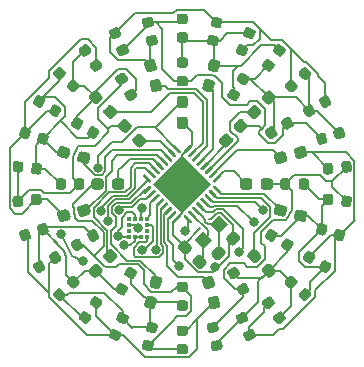
<source format=gtl>
G04 #@! TF.GenerationSoftware,KiCad,Pcbnew,5.1.6*
G04 #@! TF.CreationDate,2020-08-06T11:22:41+02:00*
G04 #@! TF.ProjectId,AnalogWatch,416e616c-6f67-4576-9174-63682e6b6963,rev?*
G04 #@! TF.SameCoordinates,Original*
G04 #@! TF.FileFunction,Copper,L1,Top*
G04 #@! TF.FilePolarity,Positive*
%FSLAX46Y46*%
G04 Gerber Fmt 4.6, Leading zero omitted, Abs format (unit mm)*
G04 Created by KiCad (PCBNEW 5.1.6) date 2020-08-06 11:22:41*
%MOMM*%
%LPD*%
G01*
G04 APERTURE LIST*
G04 #@! TA.AperFunction,SMDPad,CuDef*
%ADD10R,0.350000X0.375000*%
G04 #@! TD*
G04 #@! TA.AperFunction,SMDPad,CuDef*
%ADD11R,0.375000X0.350000*%
G04 #@! TD*
G04 #@! TA.AperFunction,SMDPad,CuDef*
%ADD12C,0.100000*%
G04 #@! TD*
G04 #@! TA.AperFunction,ViaPad*
%ADD13C,0.800000*%
G04 #@! TD*
G04 #@! TA.AperFunction,Conductor*
%ADD14C,0.200000*%
G04 #@! TD*
G04 APERTURE END LIST*
D10*
X96515500Y-102921000D03*
X96015500Y-102921000D03*
X96515500Y-104446000D03*
X96015500Y-104446000D03*
X95515500Y-102921000D03*
X95515500Y-104446000D03*
X97015500Y-102921000D03*
X97015500Y-104446000D03*
D11*
X95503000Y-103433500D03*
X95503000Y-103933500D03*
X97028000Y-103933500D03*
X97028000Y-103433500D03*
G04 #@! TA.AperFunction,SMDPad,CuDef*
G36*
G01*
X103915075Y-95774049D02*
X104250951Y-96109925D01*
G75*
G02*
X104250951Y-96445801I-167938J-167938D01*
G01*
X103844365Y-96852387D01*
G75*
G02*
X103508489Y-96852387I-167938J167938D01*
G01*
X103172613Y-96516511D01*
G75*
G02*
X103172613Y-96180635I167938J167938D01*
G01*
X103579199Y-95774049D01*
G75*
G02*
X103915075Y-95774049I167938J-167938D01*
G01*
G37*
G04 #@! TD.AperFunction*
G04 #@! TA.AperFunction,SMDPad,CuDef*
G36*
G01*
X105152511Y-94536613D02*
X105488387Y-94872489D01*
G75*
G02*
X105488387Y-95208365I-167938J-167938D01*
G01*
X105081801Y-95614951D01*
G75*
G02*
X104745925Y-95614951I-167938J167938D01*
G01*
X104410049Y-95279075D01*
G75*
G02*
X104410049Y-94943199I167938J167938D01*
G01*
X104816635Y-94536613D01*
G75*
G02*
X105152511Y-94536613I167938J-167938D01*
G01*
G37*
G04 #@! TD.AperFunction*
G04 #@! TA.AperFunction,SMDPad,CuDef*
G36*
G01*
X99743750Y-113550000D02*
X100256250Y-113550000D01*
G75*
G02*
X100475000Y-113768750I0J-218750D01*
G01*
X100475000Y-114206250D01*
G75*
G02*
X100256250Y-114425000I-218750J0D01*
G01*
X99743750Y-114425000D01*
G75*
G02*
X99525000Y-114206250I0J218750D01*
G01*
X99525000Y-113768750D01*
G75*
G02*
X99743750Y-113550000I218750J0D01*
G01*
G37*
G04 #@! TD.AperFunction*
G04 #@! TA.AperFunction,SMDPad,CuDef*
G36*
G01*
X99743750Y-111975000D02*
X100256250Y-111975000D01*
G75*
G02*
X100475000Y-112193750I0J-218750D01*
G01*
X100475000Y-112631250D01*
G75*
G02*
X100256250Y-112850000I-218750J0D01*
G01*
X99743750Y-112850000D01*
G75*
G02*
X99525000Y-112631250I0J218750D01*
G01*
X99525000Y-112193750D01*
G75*
G02*
X99743750Y-111975000I218750J0D01*
G01*
G37*
G04 #@! TD.AperFunction*
G04 #@! TA.AperFunction,SMDPad,CuDef*
G36*
G01*
X112966001Y-96056528D02*
X112807630Y-95569111D01*
G75*
G02*
X112948077Y-95293470I208044J67597D01*
G01*
X113364164Y-95158275D01*
G75*
G02*
X113639805Y-95298722I67597J-208044D01*
G01*
X113798176Y-95786139D01*
G75*
G02*
X113657729Y-96061780I-208044J-67597D01*
G01*
X113241642Y-96196975D01*
G75*
G02*
X112966001Y-96056528I-67597J208044D01*
G01*
G37*
G04 #@! TD.AperFunction*
G04 #@! TA.AperFunction,SMDPad,CuDef*
G36*
G01*
X111468087Y-96543230D02*
X111309716Y-96055813D01*
G75*
G02*
X111450163Y-95780172I208044J67597D01*
G01*
X111866250Y-95644977D01*
G75*
G02*
X112141891Y-95785424I67597J-208044D01*
G01*
X112300262Y-96272841D01*
G75*
G02*
X112159815Y-96548482I-208044J-67597D01*
G01*
X111743728Y-96683677D01*
G75*
G02*
X111468087Y-96543230I-67597J208044D01*
G01*
G37*
G04 #@! TD.AperFunction*
G04 #@! TA.AperFunction,SMDPad,CuDef*
G36*
G01*
X110498779Y-94234419D02*
X110242529Y-93790581D01*
G75*
G02*
X110322597Y-93491763I189443J109375D01*
G01*
X110701483Y-93273013D01*
G75*
G02*
X111000301Y-93353081I109375J-189443D01*
G01*
X111256551Y-93796919D01*
G75*
G02*
X111176483Y-94095737I-189443J-109375D01*
G01*
X110797597Y-94314487D01*
G75*
G02*
X110498779Y-94234419I-109375J189443D01*
G01*
G37*
G04 #@! TD.AperFunction*
G04 #@! TA.AperFunction,SMDPad,CuDef*
G36*
G01*
X111862769Y-93446919D02*
X111606519Y-93003081D01*
G75*
G02*
X111686587Y-92704263I189443J109375D01*
G01*
X112065473Y-92485513D01*
G75*
G02*
X112364291Y-92565581I109375J-189443D01*
G01*
X112620541Y-93009419D01*
G75*
G02*
X112540473Y-93308237I-189443J-109375D01*
G01*
X112161587Y-93526987D01*
G75*
G02*
X111862769Y-93446919I-109375J189443D01*
G01*
G37*
G04 #@! TD.AperFunction*
G04 #@! TA.AperFunction,SMDPad,CuDef*
G36*
G01*
X110241078Y-91123712D02*
X109898148Y-90742849D01*
G75*
G02*
X109914339Y-90433914I162563J146372D01*
G01*
X110239465Y-90141170D01*
G75*
G02*
X110548400Y-90157361I146372J-162563D01*
G01*
X110891330Y-90538223D01*
G75*
G02*
X110875139Y-90847158I-162563J-146372D01*
G01*
X110550013Y-91139902D01*
G75*
G02*
X110241078Y-91123711I-146372J162563D01*
G01*
G37*
G04 #@! TD.AperFunction*
G04 #@! TA.AperFunction,SMDPad,CuDef*
G36*
G01*
X109070624Y-92177592D02*
X108727694Y-91796729D01*
G75*
G02*
X108743885Y-91487794I162563J146372D01*
G01*
X109069011Y-91195050D01*
G75*
G02*
X109377946Y-91211241I146372J-162563D01*
G01*
X109720876Y-91592103D01*
G75*
G02*
X109704685Y-91901038I-162563J-146372D01*
G01*
X109379559Y-92193782D01*
G75*
G02*
X109070624Y-92177591I-146372J162563D01*
G01*
G37*
G04 #@! TD.AperFunction*
G04 #@! TA.AperFunction,SMDPad,CuDef*
G36*
G01*
X107246039Y-90462642D02*
X106831417Y-90161401D01*
G75*
G02*
X106783023Y-89855851I128578J176972D01*
G01*
X107040179Y-89501907D01*
G75*
G02*
X107345729Y-89453513I176972J-128578D01*
G01*
X107760351Y-89754753D01*
G75*
G02*
X107808745Y-90060303I-128578J-176972D01*
G01*
X107551589Y-90414247D01*
G75*
G02*
X107246039Y-90462641I-176972J128578D01*
G01*
G37*
G04 #@! TD.AperFunction*
G04 #@! TA.AperFunction,SMDPad,CuDef*
G36*
G01*
X108171801Y-89188440D02*
X107757179Y-88887199D01*
G75*
G02*
X107708785Y-88581649I128578J176972D01*
G01*
X107965941Y-88227705D01*
G75*
G02*
X108271491Y-88179311I176972J-128578D01*
G01*
X108686113Y-88480551D01*
G75*
G02*
X108734507Y-88786101I-128578J-176972D01*
G01*
X108477351Y-89140045D01*
G75*
G02*
X108171801Y-89188439I-176972J128578D01*
G01*
G37*
G04 #@! TD.AperFunction*
G04 #@! TA.AperFunction,SMDPad,CuDef*
G36*
G01*
X105745378Y-87725685D02*
X105277185Y-87517233D01*
G75*
G02*
X105166321Y-87228421I88974J199838D01*
G01*
X105344269Y-86828745D01*
G75*
G02*
X105633081Y-86717881I199838J-88974D01*
G01*
X106101273Y-86926333D01*
G75*
G02*
X106212137Y-87215145I-88974J-199838D01*
G01*
X106034189Y-87614821D01*
G75*
G02*
X105745377Y-87725685I-199838J88974D01*
G01*
G37*
G04 #@! TD.AperFunction*
G04 #@! TA.AperFunction,SMDPad,CuDef*
G36*
G01*
X105104768Y-89164519D02*
X104636575Y-88956067D01*
G75*
G02*
X104525711Y-88667255I88974J199838D01*
G01*
X104703659Y-88267579D01*
G75*
G02*
X104992471Y-88156715I199838J-88974D01*
G01*
X105460663Y-88365167D01*
G75*
G02*
X105571527Y-88653979I-88974J-199838D01*
G01*
X105393579Y-89053655D01*
G75*
G02*
X105104767Y-89164519I-199838J88974D01*
G01*
G37*
G04 #@! TD.AperFunction*
G04 #@! TA.AperFunction,SMDPad,CuDef*
G36*
G01*
X102740393Y-88339960D02*
X102239092Y-88233405D01*
G75*
G02*
X102070603Y-87973954I45481J213970D01*
G01*
X102161564Y-87546015D01*
G75*
G02*
X102421015Y-87377526I213970J-45481D01*
G01*
X102922316Y-87484081D01*
G75*
G02*
X103090805Y-87743532I-45481J-213970D01*
G01*
X102999844Y-88171471D01*
G75*
G02*
X102740393Y-88339960I-213970J45481D01*
G01*
G37*
G04 #@! TD.AperFunction*
G04 #@! TA.AperFunction,SMDPad,CuDef*
G36*
G01*
X103067853Y-86799378D02*
X102566552Y-86692823D01*
G75*
G02*
X102398063Y-86433372I45481J213970D01*
G01*
X102489024Y-86005433D01*
G75*
G02*
X102748475Y-85836944I213970J-45481D01*
G01*
X103249776Y-85943499D01*
G75*
G02*
X103418265Y-86202950I-45481J-213970D01*
G01*
X103327304Y-86630889D01*
G75*
G02*
X103067853Y-86799378I-213970J45481D01*
G01*
G37*
G04 #@! TD.AperFunction*
G04 #@! TA.AperFunction,SMDPad,CuDef*
G36*
G01*
X100256250Y-88025000D02*
X99743750Y-88025000D01*
G75*
G02*
X99525000Y-87806250I0J218750D01*
G01*
X99525000Y-87368750D01*
G75*
G02*
X99743750Y-87150000I218750J0D01*
G01*
X100256250Y-87150000D01*
G75*
G02*
X100475000Y-87368750I0J-218750D01*
G01*
X100475000Y-87806250D01*
G75*
G02*
X100256250Y-88025000I-218750J0D01*
G01*
G37*
G04 #@! TD.AperFunction*
G04 #@! TA.AperFunction,SMDPad,CuDef*
G36*
G01*
X100256250Y-86450000D02*
X99743750Y-86450000D01*
G75*
G02*
X99525000Y-86231250I0J218750D01*
G01*
X99525000Y-85793750D01*
G75*
G02*
X99743750Y-85575000I218750J0D01*
G01*
X100256250Y-85575000D01*
G75*
G02*
X100475000Y-85793750I0J-218750D01*
G01*
X100475000Y-86231250D01*
G75*
G02*
X100256250Y-86450000I-218750J0D01*
G01*
G37*
G04 #@! TD.AperFunction*
G04 #@! TA.AperFunction,SMDPad,CuDef*
G36*
G01*
X97433448Y-86692823D02*
X96932147Y-86799378D01*
G75*
G02*
X96672696Y-86630889I-45481J213970D01*
G01*
X96581735Y-86202950D01*
G75*
G02*
X96750224Y-85943499I213970J45481D01*
G01*
X97251525Y-85836944D01*
G75*
G02*
X97510976Y-86005433I45481J-213970D01*
G01*
X97601937Y-86433372D01*
G75*
G02*
X97433448Y-86692823I-213970J-45481D01*
G01*
G37*
G04 #@! TD.AperFunction*
G04 #@! TA.AperFunction,SMDPad,CuDef*
G36*
G01*
X97760908Y-88233405D02*
X97259607Y-88339960D01*
G75*
G02*
X97000156Y-88171471I-45481J213970D01*
G01*
X96909195Y-87743532D01*
G75*
G02*
X97077684Y-87484081I213970J45481D01*
G01*
X97578985Y-87377526D01*
G75*
G02*
X97838436Y-87546015I45481J-213970D01*
G01*
X97929397Y-87973954D01*
G75*
G02*
X97760908Y-88233405I-213970J-45481D01*
G01*
G37*
G04 #@! TD.AperFunction*
G04 #@! TA.AperFunction,SMDPad,CuDef*
G36*
G01*
X95363424Y-88956067D02*
X94895233Y-89164519D01*
G75*
G02*
X94606421Y-89053655I-88974J199838D01*
G01*
X94428473Y-88653979D01*
G75*
G02*
X94539337Y-88365167I199838J88974D01*
G01*
X95007529Y-88156715D01*
G75*
G02*
X95296341Y-88267579I88974J-199838D01*
G01*
X95474289Y-88667255D01*
G75*
G02*
X95363425Y-88956067I-199838J-88974D01*
G01*
G37*
G04 #@! TD.AperFunction*
G04 #@! TA.AperFunction,SMDPad,CuDef*
G36*
G01*
X94722814Y-87517233D02*
X94254623Y-87725685D01*
G75*
G02*
X93965811Y-87614821I-88974J199838D01*
G01*
X93787863Y-87215145D01*
G75*
G02*
X93898727Y-86926333I199838J88974D01*
G01*
X94366919Y-86717881D01*
G75*
G02*
X94655731Y-86828745I88974J-199838D01*
G01*
X94833679Y-87228421D01*
G75*
G02*
X94722815Y-87517233I-199838J-88974D01*
G01*
G37*
G04 #@! TD.AperFunction*
G04 #@! TA.AperFunction,SMDPad,CuDef*
G36*
G01*
X102566552Y-113307177D02*
X103067853Y-113200622D01*
G75*
G02*
X103327304Y-113369111I45481J-213970D01*
G01*
X103418265Y-113797050D01*
G75*
G02*
X103249776Y-114056501I-213970J-45481D01*
G01*
X102748475Y-114163056D01*
G75*
G02*
X102489024Y-113994567I-45481J213970D01*
G01*
X102398063Y-113566628D01*
G75*
G02*
X102566552Y-113307177I213970J45481D01*
G01*
G37*
G04 #@! TD.AperFunction*
G04 #@! TA.AperFunction,SMDPad,CuDef*
G36*
G01*
X102239092Y-111766595D02*
X102740393Y-111660040D01*
G75*
G02*
X102999844Y-111828529I45481J-213970D01*
G01*
X103090805Y-112256468D01*
G75*
G02*
X102922316Y-112515919I-213970J-45481D01*
G01*
X102421015Y-112622474D01*
G75*
G02*
X102161564Y-112453985I-45481J213970D01*
G01*
X102070603Y-112026046D01*
G75*
G02*
X102239092Y-111766595I213970J45481D01*
G01*
G37*
G04 #@! TD.AperFunction*
G04 #@! TA.AperFunction,SMDPad,CuDef*
G36*
G01*
X104636576Y-111043933D02*
X105104767Y-110835481D01*
G75*
G02*
X105393579Y-110946345I88974J-199838D01*
G01*
X105571527Y-111346021D01*
G75*
G02*
X105460663Y-111634833I-199838J-88974D01*
G01*
X104992471Y-111843285D01*
G75*
G02*
X104703659Y-111732421I-88974J199838D01*
G01*
X104525711Y-111332745D01*
G75*
G02*
X104636575Y-111043933I199838J88974D01*
G01*
G37*
G04 #@! TD.AperFunction*
G04 #@! TA.AperFunction,SMDPad,CuDef*
G36*
G01*
X105277186Y-112482767D02*
X105745377Y-112274315D01*
G75*
G02*
X106034189Y-112385179I88974J-199838D01*
G01*
X106212137Y-112784855D01*
G75*
G02*
X106101273Y-113073667I-199838J-88974D01*
G01*
X105633081Y-113282119D01*
G75*
G02*
X105344269Y-113171255I-88974J199838D01*
G01*
X105166321Y-112771579D01*
G75*
G02*
X105277185Y-112482767I199838J88974D01*
G01*
G37*
G04 #@! TD.AperFunction*
G04 #@! TA.AperFunction,SMDPad,CuDef*
G36*
G01*
X107757179Y-111112800D02*
X108171801Y-110811561D01*
G75*
G02*
X108477351Y-110859955I128578J-176972D01*
G01*
X108734507Y-111213899D01*
G75*
G02*
X108686113Y-111519449I-176972J-128578D01*
G01*
X108271491Y-111820689D01*
G75*
G02*
X107965941Y-111772295I-128578J176972D01*
G01*
X107708785Y-111418351D01*
G75*
G02*
X107757179Y-111112801I176972J128578D01*
G01*
G37*
G04 #@! TD.AperFunction*
G04 #@! TA.AperFunction,SMDPad,CuDef*
G36*
G01*
X106831417Y-109838598D02*
X107246039Y-109537359D01*
G75*
G02*
X107551589Y-109585753I128578J-176972D01*
G01*
X107808745Y-109939697D01*
G75*
G02*
X107760351Y-110245247I-176972J-128578D01*
G01*
X107345729Y-110546487D01*
G75*
G02*
X107040179Y-110498093I-128578J176972D01*
G01*
X106783023Y-110144149D01*
G75*
G02*
X106831417Y-109838599I176972J128578D01*
G01*
G37*
G04 #@! TD.AperFunction*
G04 #@! TA.AperFunction,SMDPad,CuDef*
G36*
G01*
X108727694Y-108203270D02*
X109070624Y-107822409D01*
G75*
G02*
X109379559Y-107806218I162563J-146372D01*
G01*
X109704685Y-108098962D01*
G75*
G02*
X109720876Y-108407897I-146372J-162563D01*
G01*
X109377946Y-108788759D01*
G75*
G02*
X109069011Y-108804950I-162563J146372D01*
G01*
X108743885Y-108512206D01*
G75*
G02*
X108727694Y-108203271I146372J162563D01*
G01*
G37*
G04 #@! TD.AperFunction*
G04 #@! TA.AperFunction,SMDPad,CuDef*
G36*
G01*
X109898148Y-109257150D02*
X110241078Y-108876289D01*
G75*
G02*
X110550013Y-108860098I162563J-146372D01*
G01*
X110875139Y-109152842D01*
G75*
G02*
X110891330Y-109461777I-146372J-162563D01*
G01*
X110548400Y-109842639D01*
G75*
G02*
X110239465Y-109858830I-162563J146372D01*
G01*
X109914339Y-109566086D01*
G75*
G02*
X109898148Y-109257151I146372J162563D01*
G01*
G37*
G04 #@! TD.AperFunction*
G04 #@! TA.AperFunction,SMDPad,CuDef*
G36*
G01*
X111606519Y-106996919D02*
X111862769Y-106553081D01*
G75*
G02*
X112161587Y-106473013I189443J-109375D01*
G01*
X112540473Y-106691763D01*
G75*
G02*
X112620541Y-106990581I-109375J-189443D01*
G01*
X112364291Y-107434419D01*
G75*
G02*
X112065473Y-107514487I-189443J109375D01*
G01*
X111686587Y-107295737D01*
G75*
G02*
X111606519Y-106996919I109375J189443D01*
G01*
G37*
G04 #@! TD.AperFunction*
G04 #@! TA.AperFunction,SMDPad,CuDef*
G36*
G01*
X110242529Y-106209419D02*
X110498779Y-105765581D01*
G75*
G02*
X110797597Y-105685513I189443J-109375D01*
G01*
X111176483Y-105904263D01*
G75*
G02*
X111256551Y-106203081I-109375J-189443D01*
G01*
X111000301Y-106646919D01*
G75*
G02*
X110701483Y-106726987I-189443J109375D01*
G01*
X110322597Y-106508237D01*
G75*
G02*
X110242529Y-106209419I109375J189443D01*
G01*
G37*
G04 #@! TD.AperFunction*
G04 #@! TA.AperFunction,SMDPad,CuDef*
G36*
G01*
X111309716Y-103944186D02*
X111468087Y-103456770D01*
G75*
G02*
X111743728Y-103316323I208044J-67597D01*
G01*
X112159815Y-103451518D01*
G75*
G02*
X112300262Y-103727159I-67597J-208044D01*
G01*
X112141891Y-104214576D01*
G75*
G02*
X111866250Y-104355023I-208044J67597D01*
G01*
X111450163Y-104219828D01*
G75*
G02*
X111309716Y-103944187I67597J208044D01*
G01*
G37*
G04 #@! TD.AperFunction*
G04 #@! TA.AperFunction,SMDPad,CuDef*
G36*
G01*
X112807630Y-104430888D02*
X112966001Y-103943472D01*
G75*
G02*
X113241642Y-103803025I208044J-67597D01*
G01*
X113657729Y-103938220D01*
G75*
G02*
X113798176Y-104213861I-67597J-208044D01*
G01*
X113639805Y-104701278D01*
G75*
G02*
X113364164Y-104841725I-208044J67597D01*
G01*
X112948077Y-104706530D01*
G75*
G02*
X112807630Y-104430889I67597J208044D01*
G01*
G37*
G04 #@! TD.AperFunction*
G04 #@! TA.AperFunction,SMDPad,CuDef*
G36*
G01*
X111882614Y-101506575D02*
X111936185Y-100996882D01*
G75*
G02*
X112176603Y-100802196I217552J-22866D01*
G01*
X112611706Y-100847927D01*
G75*
G02*
X112806392Y-101088345I-22866J-217552D01*
G01*
X112752821Y-101598038D01*
G75*
G02*
X112512403Y-101792724I-217552J22866D01*
G01*
X112077300Y-101746993D01*
G75*
G02*
X111882614Y-101506575I22866J217552D01*
G01*
G37*
G04 #@! TD.AperFunction*
G04 #@! TA.AperFunction,SMDPad,CuDef*
G36*
G01*
X113448986Y-101671207D02*
X113502557Y-101161514D01*
G75*
G02*
X113742975Y-100966828I217552J-22866D01*
G01*
X114178078Y-101012559D01*
G75*
G02*
X114372764Y-101252977I-22866J-217552D01*
G01*
X114319193Y-101762670D01*
G75*
G02*
X114078775Y-101957356I-217552J22866D01*
G01*
X113643672Y-101911625D01*
G75*
G02*
X113448986Y-101671207I22866J217552D01*
G01*
G37*
G04 #@! TD.AperFunction*
G04 #@! TA.AperFunction,SMDPad,CuDef*
G36*
G01*
X111936185Y-99003117D02*
X111882614Y-98493425D01*
G75*
G02*
X112077300Y-98253007I217552J22866D01*
G01*
X112512403Y-98207276D01*
G75*
G02*
X112752821Y-98401962I22866J-217552D01*
G01*
X112806392Y-98911655D01*
G75*
G02*
X112611706Y-99152073I-217552J-22866D01*
G01*
X112176603Y-99197804D01*
G75*
G02*
X111936185Y-99003118I-22866J217552D01*
G01*
G37*
G04 #@! TD.AperFunction*
G04 #@! TA.AperFunction,SMDPad,CuDef*
G36*
G01*
X113502557Y-98838485D02*
X113448986Y-98328793D01*
G75*
G02*
X113643672Y-98088375I217552J22866D01*
G01*
X114078775Y-98042644D01*
G75*
G02*
X114319193Y-98237330I22866J-217552D01*
G01*
X114372764Y-98747023D01*
G75*
G02*
X114178078Y-98987441I-217552J-22866D01*
G01*
X113742975Y-99033172D01*
G75*
G02*
X113502557Y-98838486I-22866J217552D01*
G01*
G37*
G04 #@! TD.AperFunction*
G04 #@! TA.AperFunction,SMDPad,CuDef*
G36*
G01*
X87033999Y-103943472D02*
X87192370Y-104430889D01*
G75*
G02*
X87051923Y-104706530I-208044J-67597D01*
G01*
X86635836Y-104841725D01*
G75*
G02*
X86360195Y-104701278I-67597J208044D01*
G01*
X86201824Y-104213861D01*
G75*
G02*
X86342271Y-103938220I208044J67597D01*
G01*
X86758358Y-103803025D01*
G75*
G02*
X87033999Y-103943472I67597J-208044D01*
G01*
G37*
G04 #@! TD.AperFunction*
G04 #@! TA.AperFunction,SMDPad,CuDef*
G36*
G01*
X88531913Y-103456770D02*
X88690284Y-103944187D01*
G75*
G02*
X88549837Y-104219828I-208044J-67597D01*
G01*
X88133750Y-104355023D01*
G75*
G02*
X87858109Y-104214576I-67597J208044D01*
G01*
X87699738Y-103727159D01*
G75*
G02*
X87840185Y-103451518I208044J67597D01*
G01*
X88256272Y-103316323D01*
G75*
G02*
X88531913Y-103456770I67597J-208044D01*
G01*
G37*
G04 #@! TD.AperFunction*
G04 #@! TA.AperFunction,SMDPad,CuDef*
G36*
G01*
X89501221Y-105765581D02*
X89757471Y-106209419D01*
G75*
G02*
X89677403Y-106508237I-189443J-109375D01*
G01*
X89298517Y-106726987D01*
G75*
G02*
X88999699Y-106646919I-109375J189443D01*
G01*
X88743449Y-106203081D01*
G75*
G02*
X88823517Y-105904263I189443J109375D01*
G01*
X89202403Y-105685513D01*
G75*
G02*
X89501221Y-105765581I109375J-189443D01*
G01*
G37*
G04 #@! TD.AperFunction*
G04 #@! TA.AperFunction,SMDPad,CuDef*
G36*
G01*
X88137231Y-106553081D02*
X88393481Y-106996919D01*
G75*
G02*
X88313413Y-107295737I-189443J-109375D01*
G01*
X87934527Y-107514487D01*
G75*
G02*
X87635709Y-107434419I-109375J189443D01*
G01*
X87379459Y-106990581D01*
G75*
G02*
X87459527Y-106691763I189443J109375D01*
G01*
X87838413Y-106473013D01*
G75*
G02*
X88137231Y-106553081I109375J-189443D01*
G01*
G37*
G04 #@! TD.AperFunction*
G04 #@! TA.AperFunction,SMDPad,CuDef*
G36*
G01*
X89758922Y-108876288D02*
X90101852Y-109257151D01*
G75*
G02*
X90085661Y-109566086I-162563J-146372D01*
G01*
X89760535Y-109858830D01*
G75*
G02*
X89451600Y-109842639I-146372J162563D01*
G01*
X89108670Y-109461777D01*
G75*
G02*
X89124861Y-109152842I162563J146372D01*
G01*
X89449987Y-108860098D01*
G75*
G02*
X89758922Y-108876289I146372J-162563D01*
G01*
G37*
G04 #@! TD.AperFunction*
G04 #@! TA.AperFunction,SMDPad,CuDef*
G36*
G01*
X90929376Y-107822408D02*
X91272306Y-108203271D01*
G75*
G02*
X91256115Y-108512206I-162563J-146372D01*
G01*
X90930989Y-108804950D01*
G75*
G02*
X90622054Y-108788759I-146372J162563D01*
G01*
X90279124Y-108407897D01*
G75*
G02*
X90295315Y-108098962I162563J146372D01*
G01*
X90620441Y-107806218D01*
G75*
G02*
X90929376Y-107822409I146372J-162563D01*
G01*
G37*
G04 #@! TD.AperFunction*
G04 #@! TA.AperFunction,SMDPad,CuDef*
G36*
G01*
X92753961Y-109537358D02*
X93168583Y-109838599D01*
G75*
G02*
X93216977Y-110144149I-128578J-176972D01*
G01*
X92959821Y-110498093D01*
G75*
G02*
X92654271Y-110546487I-176972J128578D01*
G01*
X92239649Y-110245247D01*
G75*
G02*
X92191255Y-109939697I128578J176972D01*
G01*
X92448411Y-109585753D01*
G75*
G02*
X92753961Y-109537359I176972J-128578D01*
G01*
G37*
G04 #@! TD.AperFunction*
G04 #@! TA.AperFunction,SMDPad,CuDef*
G36*
G01*
X91828199Y-110811560D02*
X92242821Y-111112801D01*
G75*
G02*
X92291215Y-111418351I-128578J-176972D01*
G01*
X92034059Y-111772295D01*
G75*
G02*
X91728509Y-111820689I-176972J128578D01*
G01*
X91313887Y-111519449D01*
G75*
G02*
X91265493Y-111213899I128578J176972D01*
G01*
X91522649Y-110859955D01*
G75*
G02*
X91828199Y-110811561I176972J-128578D01*
G01*
G37*
G04 #@! TD.AperFunction*
G04 #@! TA.AperFunction,SMDPad,CuDef*
G36*
G01*
X94254622Y-112274315D02*
X94722815Y-112482767D01*
G75*
G02*
X94833679Y-112771579I-88974J-199838D01*
G01*
X94655731Y-113171255D01*
G75*
G02*
X94366919Y-113282119I-199838J88974D01*
G01*
X93898727Y-113073667D01*
G75*
G02*
X93787863Y-112784855I88974J199838D01*
G01*
X93965811Y-112385179D01*
G75*
G02*
X94254623Y-112274315I199838J-88974D01*
G01*
G37*
G04 #@! TD.AperFunction*
G04 #@! TA.AperFunction,SMDPad,CuDef*
G36*
G01*
X94895232Y-110835481D02*
X95363425Y-111043933D01*
G75*
G02*
X95474289Y-111332745I-88974J-199838D01*
G01*
X95296341Y-111732421D01*
G75*
G02*
X95007529Y-111843285I-199838J88974D01*
G01*
X94539337Y-111634833D01*
G75*
G02*
X94428473Y-111346021I88974J199838D01*
G01*
X94606421Y-110946345D01*
G75*
G02*
X94895233Y-110835481I199838J-88974D01*
G01*
G37*
G04 #@! TD.AperFunction*
G04 #@! TA.AperFunction,SMDPad,CuDef*
G36*
G01*
X96932147Y-113200622D02*
X97433448Y-113307177D01*
G75*
G02*
X97601937Y-113566628I-45481J-213970D01*
G01*
X97510976Y-113994567D01*
G75*
G02*
X97251525Y-114163056I-213970J45481D01*
G01*
X96750224Y-114056501D01*
G75*
G02*
X96581735Y-113797050I45481J213970D01*
G01*
X96672696Y-113369111D01*
G75*
G02*
X96932147Y-113200622I213970J-45481D01*
G01*
G37*
G04 #@! TD.AperFunction*
G04 #@! TA.AperFunction,SMDPad,CuDef*
G36*
G01*
X97259607Y-111660040D02*
X97760908Y-111766595D01*
G75*
G02*
X97929397Y-112026046I-45481J-213970D01*
G01*
X97838436Y-112453985D01*
G75*
G02*
X97578985Y-112622474I-213970J45481D01*
G01*
X97077684Y-112515919D01*
G75*
G02*
X96909195Y-112256468I45481J213970D01*
G01*
X97000156Y-111828529D01*
G75*
G02*
X97259607Y-111660040I213970J-45481D01*
G01*
G37*
G04 #@! TD.AperFunction*
G04 #@! TA.AperFunction,SMDPad,CuDef*
G36*
G01*
X93168583Y-90161402D02*
X92753961Y-90462641D01*
G75*
G02*
X92448411Y-90414247I-128578J176972D01*
G01*
X92191255Y-90060303D01*
G75*
G02*
X92239649Y-89754753I176972J128578D01*
G01*
X92654271Y-89453513D01*
G75*
G02*
X92959821Y-89501907I128578J-176972D01*
G01*
X93216977Y-89855851D01*
G75*
G02*
X93168583Y-90161401I-176972J-128578D01*
G01*
G37*
G04 #@! TD.AperFunction*
G04 #@! TA.AperFunction,SMDPad,CuDef*
G36*
G01*
X92242821Y-88887200D02*
X91828199Y-89188439D01*
G75*
G02*
X91522649Y-89140045I-128578J176972D01*
G01*
X91265493Y-88786101D01*
G75*
G02*
X91313887Y-88480551I176972J128578D01*
G01*
X91728509Y-88179311D01*
G75*
G02*
X92034059Y-88227705I128578J-176972D01*
G01*
X92291215Y-88581649D01*
G75*
G02*
X92242821Y-88887199I-176972J-128578D01*
G01*
G37*
G04 #@! TD.AperFunction*
G04 #@! TA.AperFunction,SMDPad,CuDef*
G36*
G01*
X90101852Y-90742850D02*
X89758922Y-91123711D01*
G75*
G02*
X89449987Y-91139902I-162563J146372D01*
G01*
X89124861Y-90847158D01*
G75*
G02*
X89108670Y-90538223I146372J162563D01*
G01*
X89451600Y-90157361D01*
G75*
G02*
X89760535Y-90141170I162563J-146372D01*
G01*
X90085661Y-90433914D01*
G75*
G02*
X90101852Y-90742849I-146372J-162563D01*
G01*
G37*
G04 #@! TD.AperFunction*
G04 #@! TA.AperFunction,SMDPad,CuDef*
G36*
G01*
X91272306Y-91796730D02*
X90929376Y-92177591D01*
G75*
G02*
X90620441Y-92193782I-162563J146372D01*
G01*
X90295315Y-91901038D01*
G75*
G02*
X90279124Y-91592103I146372J162563D01*
G01*
X90622054Y-91211241D01*
G75*
G02*
X90930989Y-91195050I162563J-146372D01*
G01*
X91256115Y-91487794D01*
G75*
G02*
X91272306Y-91796729I-146372J-162563D01*
G01*
G37*
G04 #@! TD.AperFunction*
G04 #@! TA.AperFunction,SMDPad,CuDef*
G36*
G01*
X89757471Y-93790581D02*
X89501221Y-94234419D01*
G75*
G02*
X89202403Y-94314487I-189443J109375D01*
G01*
X88823517Y-94095737D01*
G75*
G02*
X88743449Y-93796919I109375J189443D01*
G01*
X88999699Y-93353081D01*
G75*
G02*
X89298517Y-93273013I189443J-109375D01*
G01*
X89677403Y-93491763D01*
G75*
G02*
X89757471Y-93790581I-109375J-189443D01*
G01*
G37*
G04 #@! TD.AperFunction*
G04 #@! TA.AperFunction,SMDPad,CuDef*
G36*
G01*
X88393481Y-93003081D02*
X88137231Y-93446919D01*
G75*
G02*
X87838413Y-93526987I-189443J109375D01*
G01*
X87459527Y-93308237D01*
G75*
G02*
X87379459Y-93009419I109375J189443D01*
G01*
X87635709Y-92565581D01*
G75*
G02*
X87934527Y-92485513I189443J-109375D01*
G01*
X88313413Y-92704263D01*
G75*
G02*
X88393481Y-93003081I-109375J-189443D01*
G01*
G37*
G04 #@! TD.AperFunction*
G04 #@! TA.AperFunction,SMDPad,CuDef*
G36*
G01*
X87192370Y-95569112D02*
X87033999Y-96056528D01*
G75*
G02*
X86758358Y-96196975I-208044J67597D01*
G01*
X86342271Y-96061780D01*
G75*
G02*
X86201824Y-95786139I67597J208044D01*
G01*
X86360195Y-95298722D01*
G75*
G02*
X86635836Y-95158275I208044J-67597D01*
G01*
X87051923Y-95293470D01*
G75*
G02*
X87192370Y-95569111I-67597J-208044D01*
G01*
G37*
G04 #@! TD.AperFunction*
G04 #@! TA.AperFunction,SMDPad,CuDef*
G36*
G01*
X88690284Y-96055814D02*
X88531913Y-96543230D01*
G75*
G02*
X88256272Y-96683677I-208044J67597D01*
G01*
X87840185Y-96548482D01*
G75*
G02*
X87699738Y-96272841I67597J208044D01*
G01*
X87858109Y-95785424D01*
G75*
G02*
X88133750Y-95644977I208044J-67597D01*
G01*
X88549837Y-95780172D01*
G75*
G02*
X88690284Y-96055813I-67597J-208044D01*
G01*
G37*
G04 #@! TD.AperFunction*
G04 #@! TA.AperFunction,SMDPad,CuDef*
G36*
G01*
X86551014Y-98328793D02*
X86497443Y-98838486D01*
G75*
G02*
X86257025Y-99033172I-217552J22866D01*
G01*
X85821922Y-98987441D01*
G75*
G02*
X85627236Y-98747023I22866J217552D01*
G01*
X85680807Y-98237330D01*
G75*
G02*
X85921225Y-98042644I217552J-22866D01*
G01*
X86356328Y-98088375D01*
G75*
G02*
X86551014Y-98328793I-22866J-217552D01*
G01*
G37*
G04 #@! TD.AperFunction*
G04 #@! TA.AperFunction,SMDPad,CuDef*
G36*
G01*
X88117386Y-98493425D02*
X88063815Y-99003118D01*
G75*
G02*
X87823397Y-99197804I-217552J22866D01*
G01*
X87388294Y-99152073D01*
G75*
G02*
X87193608Y-98911655I22866J217552D01*
G01*
X87247179Y-98401962D01*
G75*
G02*
X87487597Y-98207276I217552J-22866D01*
G01*
X87922700Y-98253007D01*
G75*
G02*
X88117386Y-98493425I-22866J-217552D01*
G01*
G37*
G04 #@! TD.AperFunction*
G04 #@! TA.AperFunction,SMDPad,CuDef*
G36*
G01*
X88063815Y-100996883D02*
X88117386Y-101506575D01*
G75*
G02*
X87922700Y-101746993I-217552J-22866D01*
G01*
X87487597Y-101792724D01*
G75*
G02*
X87247179Y-101598038I-22866J217552D01*
G01*
X87193608Y-101088345D01*
G75*
G02*
X87388294Y-100847927I217552J22866D01*
G01*
X87823397Y-100802196D01*
G75*
G02*
X88063815Y-100996882I22866J-217552D01*
G01*
G37*
G04 #@! TD.AperFunction*
G04 #@! TA.AperFunction,SMDPad,CuDef*
G36*
G01*
X86497443Y-101161515D02*
X86551014Y-101671207D01*
G75*
G02*
X86356328Y-101911625I-217552J-22866D01*
G01*
X85921225Y-101957356D01*
G75*
G02*
X85680807Y-101762670I-22866J217552D01*
G01*
X85627236Y-101252977D01*
G75*
G02*
X85821922Y-101012559I217552J22866D01*
G01*
X86257025Y-100966828D01*
G75*
G02*
X86497443Y-101161514I22866J-217552D01*
G01*
G37*
G04 #@! TD.AperFunction*
G04 #@! TA.AperFunction,SMDPad,CuDef*
G36*
G01*
X107294485Y-96084419D02*
X107038235Y-95640581D01*
G75*
G02*
X107118303Y-95341763I189443J109375D01*
G01*
X107497189Y-95123013D01*
G75*
G02*
X107796007Y-95203081I109375J-189443D01*
G01*
X108052257Y-95646919D01*
G75*
G02*
X107972189Y-95945737I-189443J-109375D01*
G01*
X107593303Y-96164487D01*
G75*
G02*
X107294485Y-96084419I-109375J189443D01*
G01*
G37*
G04 #@! TD.AperFunction*
G04 #@! TA.AperFunction,SMDPad,CuDef*
G36*
G01*
X108658475Y-95296919D02*
X108402225Y-94853081D01*
G75*
G02*
X108482293Y-94554263I189443J109375D01*
G01*
X108861179Y-94335513D01*
G75*
G02*
X109159997Y-94415581I109375J-189443D01*
G01*
X109416247Y-94859419D01*
G75*
G02*
X109336179Y-95158237I-189443J-109375D01*
G01*
X108957293Y-95376987D01*
G75*
G02*
X108658475Y-95296919I-109375J189443D01*
G01*
G37*
G04 #@! TD.AperFunction*
G04 #@! TA.AperFunction,SMDPad,CuDef*
G36*
G01*
X105146919Y-91597775D02*
X104703081Y-91341525D01*
G75*
G02*
X104623013Y-91042707I109375J189443D01*
G01*
X104841763Y-90663821D01*
G75*
G02*
X105140581Y-90583753I189443J-109375D01*
G01*
X105584419Y-90840003D01*
G75*
G02*
X105664487Y-91138821I-109375J-189443D01*
G01*
X105445737Y-91517707D01*
G75*
G02*
X105146919Y-91597775I-189443J109375D01*
G01*
G37*
G04 #@! TD.AperFunction*
G04 #@! TA.AperFunction,SMDPad,CuDef*
G36*
G01*
X104359419Y-92961765D02*
X103915581Y-92705515D01*
G75*
G02*
X103835513Y-92406697I109375J189443D01*
G01*
X104054263Y-92027811D01*
G75*
G02*
X104353081Y-91947743I189443J-109375D01*
G01*
X104796919Y-92203993D01*
G75*
G02*
X104876987Y-92502811I-109375J-189443D01*
G01*
X104658237Y-92881697D01*
G75*
G02*
X104359419Y-92961765I-189443J109375D01*
G01*
G37*
G04 #@! TD.AperFunction*
G04 #@! TA.AperFunction,SMDPad,CuDef*
G36*
G01*
X100256250Y-90150000D02*
X99743750Y-90150000D01*
G75*
G02*
X99525000Y-89931250I0J218750D01*
G01*
X99525000Y-89493750D01*
G75*
G02*
X99743750Y-89275000I218750J0D01*
G01*
X100256250Y-89275000D01*
G75*
G02*
X100475000Y-89493750I0J-218750D01*
G01*
X100475000Y-89931250D01*
G75*
G02*
X100256250Y-90150000I-218750J0D01*
G01*
G37*
G04 #@! TD.AperFunction*
G04 #@! TA.AperFunction,SMDPad,CuDef*
G36*
G01*
X100256250Y-91725000D02*
X99743750Y-91725000D01*
G75*
G02*
X99525000Y-91506250I0J218750D01*
G01*
X99525000Y-91068750D01*
G75*
G02*
X99743750Y-90850000I218750J0D01*
G01*
X100256250Y-90850000D01*
G75*
G02*
X100475000Y-91068750I0J-218750D01*
G01*
X100475000Y-91506250D01*
G75*
G02*
X100256250Y-91725000I-218750J0D01*
G01*
G37*
G04 #@! TD.AperFunction*
G04 #@! TA.AperFunction,SMDPad,CuDef*
G36*
G01*
X103915581Y-107294485D02*
X104359419Y-107038235D01*
G75*
G02*
X104658237Y-107118303I109375J-189443D01*
G01*
X104876987Y-107497189D01*
G75*
G02*
X104796919Y-107796007I-189443J-109375D01*
G01*
X104353081Y-108052257D01*
G75*
G02*
X104054263Y-107972189I-109375J189443D01*
G01*
X103835513Y-107593303D01*
G75*
G02*
X103915581Y-107294485I189443J109375D01*
G01*
G37*
G04 #@! TD.AperFunction*
G04 #@! TA.AperFunction,SMDPad,CuDef*
G36*
G01*
X104703081Y-108658475D02*
X105146919Y-108402225D01*
G75*
G02*
X105445737Y-108482293I109375J-189443D01*
G01*
X105664487Y-108861179D01*
G75*
G02*
X105584419Y-109159997I-189443J-109375D01*
G01*
X105140581Y-109416247D01*
G75*
G02*
X104841763Y-109336179I-109375J189443D01*
G01*
X104623013Y-108957293D01*
G75*
G02*
X104703081Y-108658475I189443J109375D01*
G01*
G37*
G04 #@! TD.AperFunction*
G04 #@! TA.AperFunction,SMDPad,CuDef*
G36*
G01*
X108402225Y-105146919D02*
X108658475Y-104703081D01*
G75*
G02*
X108957293Y-104623013I189443J-109375D01*
G01*
X109336179Y-104841763D01*
G75*
G02*
X109416247Y-105140581I-109375J-189443D01*
G01*
X109159997Y-105584419D01*
G75*
G02*
X108861179Y-105664487I-189443J109375D01*
G01*
X108482293Y-105445737D01*
G75*
G02*
X108402225Y-105146919I109375J189443D01*
G01*
G37*
G04 #@! TD.AperFunction*
G04 #@! TA.AperFunction,SMDPad,CuDef*
G36*
G01*
X107038235Y-104359419D02*
X107294485Y-103915581D01*
G75*
G02*
X107593303Y-103835513I189443J-109375D01*
G01*
X107972189Y-104054263D01*
G75*
G02*
X108052257Y-104353081I-109375J-189443D01*
G01*
X107796007Y-104796919D01*
G75*
G02*
X107497189Y-104876987I-189443J109375D01*
G01*
X107118303Y-104658237D01*
G75*
G02*
X107038235Y-104359419I109375J189443D01*
G01*
G37*
G04 #@! TD.AperFunction*
G04 #@! TA.AperFunction,SMDPad,CuDef*
G36*
G01*
X109850000Y-100256250D02*
X109850000Y-99743750D01*
G75*
G02*
X110068750Y-99525000I218750J0D01*
G01*
X110506250Y-99525000D01*
G75*
G02*
X110725000Y-99743750I0J-218750D01*
G01*
X110725000Y-100256250D01*
G75*
G02*
X110506250Y-100475000I-218750J0D01*
G01*
X110068750Y-100475000D01*
G75*
G02*
X109850000Y-100256250I0J218750D01*
G01*
G37*
G04 #@! TD.AperFunction*
G04 #@! TA.AperFunction,SMDPad,CuDef*
G36*
G01*
X108275000Y-100256250D02*
X108275000Y-99743750D01*
G75*
G02*
X108493750Y-99525000I218750J0D01*
G01*
X108931250Y-99525000D01*
G75*
G02*
X109150000Y-99743750I0J-218750D01*
G01*
X109150000Y-100256250D01*
G75*
G02*
X108931250Y-100475000I-218750J0D01*
G01*
X108493750Y-100475000D01*
G75*
G02*
X108275000Y-100256250I0J218750D01*
G01*
G37*
G04 #@! TD.AperFunction*
G04 #@! TA.AperFunction,SMDPad,CuDef*
G36*
G01*
X91341525Y-104703081D02*
X91597775Y-105146919D01*
G75*
G02*
X91517707Y-105445737I-189443J-109375D01*
G01*
X91138821Y-105664487D01*
G75*
G02*
X90840003Y-105584419I-109375J189443D01*
G01*
X90583753Y-105140581D01*
G75*
G02*
X90663821Y-104841763I189443J109375D01*
G01*
X91042707Y-104623013D01*
G75*
G02*
X91341525Y-104703081I109375J-189443D01*
G01*
G37*
G04 #@! TD.AperFunction*
G04 #@! TA.AperFunction,SMDPad,CuDef*
G36*
G01*
X92705515Y-103915581D02*
X92961765Y-104359419D01*
G75*
G02*
X92881697Y-104658237I-189443J-109375D01*
G01*
X92502811Y-104876987D01*
G75*
G02*
X92203993Y-104796919I-109375J189443D01*
G01*
X91947743Y-104353081D01*
G75*
G02*
X92027811Y-104054263I189443J109375D01*
G01*
X92406697Y-103835513D01*
G75*
G02*
X92705515Y-103915581I109375J-189443D01*
G01*
G37*
G04 #@! TD.AperFunction*
G04 #@! TA.AperFunction,SMDPad,CuDef*
G36*
G01*
X95640581Y-107038235D02*
X96084419Y-107294485D01*
G75*
G02*
X96164487Y-107593303I-109375J-189443D01*
G01*
X95945737Y-107972189D01*
G75*
G02*
X95646919Y-108052257I-189443J109375D01*
G01*
X95203081Y-107796007D01*
G75*
G02*
X95123013Y-107497189I109375J189443D01*
G01*
X95341763Y-107118303D01*
G75*
G02*
X95640581Y-107038235I189443J-109375D01*
G01*
G37*
G04 #@! TD.AperFunction*
G04 #@! TA.AperFunction,SMDPad,CuDef*
G36*
G01*
X94853081Y-108402225D02*
X95296919Y-108658475D01*
G75*
G02*
X95376987Y-108957293I-109375J-189443D01*
G01*
X95158237Y-109336179D01*
G75*
G02*
X94859419Y-109416247I-189443J109375D01*
G01*
X94415581Y-109159997D01*
G75*
G02*
X94335513Y-108861179I109375J189443D01*
G01*
X94554263Y-108482293D01*
G75*
G02*
X94853081Y-108402225I189443J-109375D01*
G01*
G37*
G04 #@! TD.AperFunction*
G04 #@! TA.AperFunction,SMDPad,CuDef*
G36*
G01*
X99743750Y-109850000D02*
X100256250Y-109850000D01*
G75*
G02*
X100475000Y-110068750I0J-218750D01*
G01*
X100475000Y-110506250D01*
G75*
G02*
X100256250Y-110725000I-218750J0D01*
G01*
X99743750Y-110725000D01*
G75*
G02*
X99525000Y-110506250I0J218750D01*
G01*
X99525000Y-110068750D01*
G75*
G02*
X99743750Y-109850000I218750J0D01*
G01*
G37*
G04 #@! TD.AperFunction*
G04 #@! TA.AperFunction,SMDPad,CuDef*
G36*
G01*
X99743750Y-108275000D02*
X100256250Y-108275000D01*
G75*
G02*
X100475000Y-108493750I0J-218750D01*
G01*
X100475000Y-108931250D01*
G75*
G02*
X100256250Y-109150000I-218750J0D01*
G01*
X99743750Y-109150000D01*
G75*
G02*
X99525000Y-108931250I0J218750D01*
G01*
X99525000Y-108493750D01*
G75*
G02*
X99743750Y-108275000I218750J0D01*
G01*
G37*
G04 #@! TD.AperFunction*
G04 #@! TA.AperFunction,SMDPad,CuDef*
G36*
G01*
X95296919Y-91341525D02*
X94853081Y-91597775D01*
G75*
G02*
X94554263Y-91517707I-109375J189443D01*
G01*
X94335513Y-91138821D01*
G75*
G02*
X94415581Y-90840003I189443J109375D01*
G01*
X94859419Y-90583753D01*
G75*
G02*
X95158237Y-90663821I109375J-189443D01*
G01*
X95376987Y-91042707D01*
G75*
G02*
X95296919Y-91341525I-189443J-109375D01*
G01*
G37*
G04 #@! TD.AperFunction*
G04 #@! TA.AperFunction,SMDPad,CuDef*
G36*
G01*
X96084419Y-92705515D02*
X95640581Y-92961765D01*
G75*
G02*
X95341763Y-92881697I-109375J189443D01*
G01*
X95123013Y-92502811D01*
G75*
G02*
X95203081Y-92203993I189443J109375D01*
G01*
X95646919Y-91947743D01*
G75*
G02*
X95945737Y-92027811I109375J-189443D01*
G01*
X96164487Y-92406697D01*
G75*
G02*
X96084419Y-92705515I-189443J-109375D01*
G01*
G37*
G04 #@! TD.AperFunction*
G04 #@! TA.AperFunction,SMDPad,CuDef*
G36*
G01*
X92961765Y-95640581D02*
X92705515Y-96084419D01*
G75*
G02*
X92406697Y-96164487I-189443J109375D01*
G01*
X92027811Y-95945737D01*
G75*
G02*
X91947743Y-95646919I109375J189443D01*
G01*
X92203993Y-95203081D01*
G75*
G02*
X92502811Y-95123013I189443J-109375D01*
G01*
X92881697Y-95341763D01*
G75*
G02*
X92961765Y-95640581I-109375J-189443D01*
G01*
G37*
G04 #@! TD.AperFunction*
G04 #@! TA.AperFunction,SMDPad,CuDef*
G36*
G01*
X91597775Y-94853081D02*
X91341525Y-95296919D01*
G75*
G02*
X91042707Y-95376987I-189443J109375D01*
G01*
X90663821Y-95158237D01*
G75*
G02*
X90583753Y-94859419I109375J189443D01*
G01*
X90840003Y-94415581D01*
G75*
G02*
X91138821Y-94335513I189443J-109375D01*
G01*
X91517707Y-94554263D01*
G75*
G02*
X91597775Y-94853081I-109375J-189443D01*
G01*
G37*
G04 #@! TD.AperFunction*
G04 #@! TA.AperFunction,SMDPad,CuDef*
G36*
G01*
X91725000Y-99743750D02*
X91725000Y-100256250D01*
G75*
G02*
X91506250Y-100475000I-218750J0D01*
G01*
X91068750Y-100475000D01*
G75*
G02*
X90850000Y-100256250I0J218750D01*
G01*
X90850000Y-99743750D01*
G75*
G02*
X91068750Y-99525000I218750J0D01*
G01*
X91506250Y-99525000D01*
G75*
G02*
X91725000Y-99743750I0J-218750D01*
G01*
G37*
G04 #@! TD.AperFunction*
G04 #@! TA.AperFunction,SMDPad,CuDef*
G36*
G01*
X90150000Y-99743750D02*
X90150000Y-100256250D01*
G75*
G02*
X89931250Y-100475000I-218750J0D01*
G01*
X89493750Y-100475000D01*
G75*
G02*
X89275000Y-100256250I0J218750D01*
G01*
X89275000Y-99743750D01*
G75*
G02*
X89493750Y-99525000I218750J0D01*
G01*
X89931250Y-99525000D01*
G75*
G02*
X90150000Y-99743750I0J-218750D01*
G01*
G37*
G04 #@! TD.AperFunction*
G04 #@! TA.AperFunction,SMDPad,CuDef*
G36*
G01*
X96949465Y-89532878D02*
X97408279Y-89409940D01*
G75*
G02*
X97699156Y-89577877I61470J-229407D01*
G01*
X97847977Y-90133284D01*
G75*
G02*
X97680040Y-90424161I-229407J-61470D01*
G01*
X97221225Y-90547100D01*
G75*
G02*
X96930348Y-90379163I-61470J229407D01*
G01*
X96781527Y-89823756D01*
G75*
G02*
X96949464Y-89532879I229407J61470D01*
G01*
G37*
G04 #@! TD.AperFunction*
G04 #@! TA.AperFunction,SMDPad,CuDef*
G36*
G01*
X97402399Y-91223248D02*
X97861213Y-91100310D01*
G75*
G02*
X98152090Y-91268247I61470J-229407D01*
G01*
X98300911Y-91823654D01*
G75*
G02*
X98132974Y-92114531I-229407J-61470D01*
G01*
X97674159Y-92237470D01*
G75*
G02*
X97383282Y-92069533I-61470J229407D01*
G01*
X97234461Y-91514126D01*
G75*
G02*
X97402398Y-91223249I229407J61470D01*
G01*
G37*
G04 #@! TD.AperFunction*
G04 #@! TA.AperFunction,SMDPad,CuDef*
G36*
G01*
X102591721Y-89409939D02*
X103050536Y-89532879D01*
G75*
G02*
X103218473Y-89823756I-61470J-229407D01*
G01*
X103069652Y-90379163D01*
G75*
G02*
X102778775Y-90547100I-229407J61470D01*
G01*
X102319960Y-90424161D01*
G75*
G02*
X102152023Y-90133284I61470J229407D01*
G01*
X102300844Y-89577877D01*
G75*
G02*
X102591721Y-89409940I229407J-61470D01*
G01*
G37*
G04 #@! TD.AperFunction*
G04 #@! TA.AperFunction,SMDPad,CuDef*
G36*
G01*
X102138787Y-91100309D02*
X102597602Y-91223249D01*
G75*
G02*
X102765539Y-91514126I-61470J-229407D01*
G01*
X102616718Y-92069533D01*
G75*
G02*
X102325841Y-92237470I-229407J61470D01*
G01*
X101867026Y-92114531D01*
G75*
G02*
X101699089Y-91823654I61470J229407D01*
G01*
X101847910Y-91268247D01*
G75*
G02*
X102138787Y-91100310I229407J-61470D01*
G01*
G37*
G04 #@! TD.AperFunction*
G04 #@! TA.AperFunction,SMDPad,CuDef*
G36*
G01*
X106302089Y-93362035D02*
X106637965Y-93697911D01*
G75*
G02*
X106637965Y-94033787I-167938J-167938D01*
G01*
X106231379Y-94440373D01*
G75*
G02*
X105895503Y-94440373I-167938J167938D01*
G01*
X105559627Y-94104497D01*
G75*
G02*
X105559627Y-93768621I167938J167938D01*
G01*
X105966213Y-93362035D01*
G75*
G02*
X106302089Y-93362035I167938J-167938D01*
G01*
G37*
G04 #@! TD.AperFunction*
G04 #@! TA.AperFunction,SMDPad,CuDef*
G36*
G01*
X107539525Y-92124599D02*
X107875401Y-92460475D01*
G75*
G02*
X107875401Y-92796351I-167938J-167938D01*
G01*
X107468815Y-93202937D01*
G75*
G02*
X107132939Y-93202937I-167938J167938D01*
G01*
X106797063Y-92867061D01*
G75*
G02*
X106797063Y-92531185I167938J167938D01*
G01*
X107203649Y-92124599D01*
G75*
G02*
X107539525Y-92124599I167938J-167938D01*
G01*
G37*
G04 #@! TD.AperFunction*
G04 #@! TA.AperFunction,SMDPad,CuDef*
G36*
G01*
X108776752Y-97402399D02*
X108899690Y-97861213D01*
G75*
G02*
X108731753Y-98152090I-229407J-61470D01*
G01*
X108176346Y-98300911D01*
G75*
G02*
X107885469Y-98132974I-61470J229407D01*
G01*
X107762530Y-97674159D01*
G75*
G02*
X107930467Y-97383282I229407J61470D01*
G01*
X108485874Y-97234461D01*
G75*
G02*
X108776751Y-97402398I61470J-229407D01*
G01*
G37*
G04 #@! TD.AperFunction*
G04 #@! TA.AperFunction,SMDPad,CuDef*
G36*
G01*
X110467122Y-96949465D02*
X110590060Y-97408279D01*
G75*
G02*
X110422123Y-97699156I-229407J-61470D01*
G01*
X109866716Y-97847977D01*
G75*
G02*
X109575839Y-97680040I-61470J229407D01*
G01*
X109452900Y-97221225D01*
G75*
G02*
X109620837Y-96930348I229407J61470D01*
G01*
X110176244Y-96781527D01*
G75*
G02*
X110467121Y-96949464I61470J-229407D01*
G01*
G37*
G04 #@! TD.AperFunction*
G04 #@! TA.AperFunction,SMDPad,CuDef*
G36*
G01*
X107700000Y-99762500D02*
X107700000Y-100237500D01*
G75*
G02*
X107462500Y-100475000I-237500J0D01*
G01*
X106887500Y-100475000D01*
G75*
G02*
X106650000Y-100237500I0J237500D01*
G01*
X106650000Y-99762500D01*
G75*
G02*
X106887500Y-99525000I237500J0D01*
G01*
X107462500Y-99525000D01*
G75*
G02*
X107700000Y-99762500I0J-237500D01*
G01*
G37*
G04 #@! TD.AperFunction*
G04 #@! TA.AperFunction,SMDPad,CuDef*
G36*
G01*
X105950000Y-99762500D02*
X105950000Y-100237500D01*
G75*
G02*
X105712500Y-100475000I-237500J0D01*
G01*
X105137500Y-100475000D01*
G75*
G02*
X104900000Y-100237500I0J237500D01*
G01*
X104900000Y-99762500D01*
G75*
G02*
X105137500Y-99525000I237500J0D01*
G01*
X105712500Y-99525000D01*
G75*
G02*
X105950000Y-99762500I0J-237500D01*
G01*
G37*
G04 #@! TD.AperFunction*
G04 #@! TA.AperFunction,SMDPad,CuDef*
G36*
G01*
X108899691Y-102138787D02*
X108776751Y-102597602D01*
G75*
G02*
X108485874Y-102765539I-229407J61470D01*
G01*
X107930467Y-102616718D01*
G75*
G02*
X107762530Y-102325841I61470J229407D01*
G01*
X107885469Y-101867026D01*
G75*
G02*
X108176346Y-101699089I229407J-61470D01*
G01*
X108731753Y-101847910D01*
G75*
G02*
X108899690Y-102138787I-61470J-229407D01*
G01*
G37*
G04 #@! TD.AperFunction*
G04 #@! TA.AperFunction,SMDPad,CuDef*
G36*
G01*
X110590061Y-102591721D02*
X110467121Y-103050536D01*
G75*
G02*
X110176244Y-103218473I-229407J61470D01*
G01*
X109620837Y-103069652D01*
G75*
G02*
X109452900Y-102778775I61470J229407D01*
G01*
X109575839Y-102319960D01*
G75*
G02*
X109866716Y-102152023I229407J-61470D01*
G01*
X110422123Y-102300844D01*
G75*
G02*
X110590060Y-102591721I-61470J-229407D01*
G01*
G37*
G04 #@! TD.AperFunction*
G04 #@! TA.AperFunction,SMDPad,CuDef*
G36*
G01*
X107875401Y-107539525D02*
X107539525Y-107875401D01*
G75*
G02*
X107203649Y-107875401I-167938J167938D01*
G01*
X106797063Y-107468815D01*
G75*
G02*
X106797063Y-107132939I167938J167938D01*
G01*
X107132939Y-106797063D01*
G75*
G02*
X107468815Y-106797063I167938J-167938D01*
G01*
X107875401Y-107203649D01*
G75*
G02*
X107875401Y-107539525I-167938J-167938D01*
G01*
G37*
G04 #@! TD.AperFunction*
G04 #@! TA.AperFunction,SMDPad,CuDef*
G36*
G01*
X106637965Y-106302089D02*
X106302089Y-106637965D01*
G75*
G02*
X105966213Y-106637965I-167938J167938D01*
G01*
X105559627Y-106231379D01*
G75*
G02*
X105559627Y-105895503I167938J167938D01*
G01*
X105895503Y-105559627D01*
G75*
G02*
X106231379Y-105559627I167938J-167938D01*
G01*
X106637965Y-105966213D01*
G75*
G02*
X106637965Y-106302089I-167938J-167938D01*
G01*
G37*
G04 #@! TD.AperFunction*
G04 #@! TA.AperFunction,SMDPad,CuDef*
G36*
G01*
X103050535Y-110467122D02*
X102591721Y-110590060D01*
G75*
G02*
X102300844Y-110422123I-61470J229407D01*
G01*
X102152023Y-109866716D01*
G75*
G02*
X102319960Y-109575839I229407J61470D01*
G01*
X102778775Y-109452900D01*
G75*
G02*
X103069652Y-109620837I61470J-229407D01*
G01*
X103218473Y-110176244D01*
G75*
G02*
X103050536Y-110467121I-229407J-61470D01*
G01*
G37*
G04 #@! TD.AperFunction*
G04 #@! TA.AperFunction,SMDPad,CuDef*
G36*
G01*
X102597601Y-108776752D02*
X102138787Y-108899690D01*
G75*
G02*
X101847910Y-108731753I-61470J229407D01*
G01*
X101699089Y-108176346D01*
G75*
G02*
X101867026Y-107885469I229407J61470D01*
G01*
X102325841Y-107762530D01*
G75*
G02*
X102616718Y-107930467I61470J-229407D01*
G01*
X102765539Y-108485874D01*
G75*
G02*
X102597602Y-108776751I-229407J-61470D01*
G01*
G37*
G04 #@! TD.AperFunction*
G04 #@! TA.AperFunction,SMDPad,CuDef*
G36*
G01*
X94049999Y-100237500D02*
X94049999Y-99762500D01*
G75*
G02*
X94287499Y-99525000I237500J0D01*
G01*
X94862499Y-99525000D01*
G75*
G02*
X95099999Y-99762500I0J-237500D01*
G01*
X95099999Y-100237500D01*
G75*
G02*
X94862499Y-100475000I-237500J0D01*
G01*
X94287499Y-100475000D01*
G75*
G02*
X94049999Y-100237500I0J237500D01*
G01*
G37*
G04 #@! TD.AperFunction*
G04 #@! TA.AperFunction,SMDPad,CuDef*
G36*
G01*
X92300001Y-100237500D02*
X92300001Y-99762500D01*
G75*
G02*
X92537501Y-99525000I237500J0D01*
G01*
X93112501Y-99525000D01*
G75*
G02*
X93350001Y-99762500I0J-237500D01*
G01*
X93350001Y-100237500D01*
G75*
G02*
X93112501Y-100475000I-237500J0D01*
G01*
X92537501Y-100475000D01*
G75*
G02*
X92300001Y-100237500I0J237500D01*
G01*
G37*
G04 #@! TD.AperFunction*
G04 #@! TA.AperFunction,SMDPad,CuDef*
G36*
G01*
X97408279Y-110590061D02*
X96949464Y-110467121D01*
G75*
G02*
X96781527Y-110176244I61470J229407D01*
G01*
X96930348Y-109620837D01*
G75*
G02*
X97221225Y-109452900I229407J-61470D01*
G01*
X97680040Y-109575839D01*
G75*
G02*
X97847977Y-109866716I-61470J-229407D01*
G01*
X97699156Y-110422123D01*
G75*
G02*
X97408279Y-110590060I-229407J61470D01*
G01*
G37*
G04 #@! TD.AperFunction*
G04 #@! TA.AperFunction,SMDPad,CuDef*
G36*
G01*
X97861213Y-108899691D02*
X97402398Y-108776751D01*
G75*
G02*
X97234461Y-108485874I61470J229407D01*
G01*
X97383282Y-107930467D01*
G75*
G02*
X97674159Y-107762530I229407J-61470D01*
G01*
X98132974Y-107885469D01*
G75*
G02*
X98300911Y-108176346I-61470J-229407D01*
G01*
X98152090Y-108731753D01*
G75*
G02*
X97861213Y-108899690I-229407J61470D01*
G01*
G37*
G04 #@! TD.AperFunction*
G04 #@! TA.AperFunction,SMDPad,CuDef*
G36*
G01*
X93697911Y-106637965D02*
X93362035Y-106302089D01*
G75*
G02*
X93362035Y-105966213I167938J167938D01*
G01*
X93768621Y-105559627D01*
G75*
G02*
X94104497Y-105559627I167938J-167938D01*
G01*
X94440373Y-105895503D01*
G75*
G02*
X94440373Y-106231379I-167938J-167938D01*
G01*
X94033787Y-106637965D01*
G75*
G02*
X93697911Y-106637965I-167938J167938D01*
G01*
G37*
G04 #@! TD.AperFunction*
G04 #@! TA.AperFunction,SMDPad,CuDef*
G36*
G01*
X92460475Y-107875401D02*
X92124599Y-107539525D01*
G75*
G02*
X92124599Y-107203649I167938J167938D01*
G01*
X92531185Y-106797063D01*
G75*
G02*
X92867061Y-106797063I167938J-167938D01*
G01*
X93202937Y-107132939D01*
G75*
G02*
X93202937Y-107468815I-167938J-167938D01*
G01*
X92796351Y-107875401D01*
G75*
G02*
X92460475Y-107875401I-167938J167938D01*
G01*
G37*
G04 #@! TD.AperFunction*
G04 #@! TA.AperFunction,SMDPad,CuDef*
G36*
G01*
X91223248Y-102597601D02*
X91100310Y-102138787D01*
G75*
G02*
X91268247Y-101847910I229407J61470D01*
G01*
X91823654Y-101699089D01*
G75*
G02*
X92114531Y-101867026I61470J-229407D01*
G01*
X92237470Y-102325841D01*
G75*
G02*
X92069533Y-102616718I-229407J-61470D01*
G01*
X91514126Y-102765539D01*
G75*
G02*
X91223249Y-102597602I-61470J229407D01*
G01*
G37*
G04 #@! TD.AperFunction*
G04 #@! TA.AperFunction,SMDPad,CuDef*
G36*
G01*
X89532878Y-103050535D02*
X89409940Y-102591721D01*
G75*
G02*
X89577877Y-102300844I229407J61470D01*
G01*
X90133284Y-102152023D01*
G75*
G02*
X90424161Y-102319960I61470J-229407D01*
G01*
X90547100Y-102778775D01*
G75*
G02*
X90379163Y-103069652I-229407J-61470D01*
G01*
X89823756Y-103218473D01*
G75*
G02*
X89532879Y-103050536I-61470J229407D01*
G01*
G37*
G04 #@! TD.AperFunction*
G04 #@! TA.AperFunction,SMDPad,CuDef*
G36*
G01*
X94600113Y-94872489D02*
X94935989Y-94536613D01*
G75*
G02*
X95271865Y-94536613I167938J-167938D01*
G01*
X95678451Y-94943199D01*
G75*
G02*
X95678451Y-95279075I-167938J-167938D01*
G01*
X95342575Y-95614951D01*
G75*
G02*
X95006699Y-95614951I-167938J167938D01*
G01*
X94600113Y-95208365D01*
G75*
G02*
X94600113Y-94872489I167938J167938D01*
G01*
G37*
G04 #@! TD.AperFunction*
G04 #@! TA.AperFunction,SMDPad,CuDef*
G36*
G01*
X95837549Y-96109925D02*
X96173425Y-95774049D01*
G75*
G02*
X96509301Y-95774049I167938J-167938D01*
G01*
X96915887Y-96180635D01*
G75*
G02*
X96915887Y-96516511I-167938J-167938D01*
G01*
X96580011Y-96852387D01*
G75*
G02*
X96244135Y-96852387I-167938J167938D01*
G01*
X95837549Y-96445801D01*
G75*
G02*
X95837549Y-96109925I167938J167938D01*
G01*
G37*
G04 #@! TD.AperFunction*
G04 #@! TA.AperFunction,SMDPad,CuDef*
G36*
G01*
X91100309Y-97861213D02*
X91223249Y-97402398D01*
G75*
G02*
X91514126Y-97234461I229407J-61470D01*
G01*
X92069533Y-97383282D01*
G75*
G02*
X92237470Y-97674159I-61470J-229407D01*
G01*
X92114531Y-98132974D01*
G75*
G02*
X91823654Y-98300911I-229407J61470D01*
G01*
X91268247Y-98152090D01*
G75*
G02*
X91100310Y-97861213I61470J229407D01*
G01*
G37*
G04 #@! TD.AperFunction*
G04 #@! TA.AperFunction,SMDPad,CuDef*
G36*
G01*
X89409939Y-97408279D02*
X89532879Y-96949464D01*
G75*
G02*
X89823756Y-96781527I229407J-61470D01*
G01*
X90379163Y-96930348D01*
G75*
G02*
X90547100Y-97221225I-61470J-229407D01*
G01*
X90424161Y-97680040D01*
G75*
G02*
X90133284Y-97847977I-229407J61470D01*
G01*
X89577877Y-97699156D01*
G75*
G02*
X89409940Y-97408279I61470J229407D01*
G01*
G37*
G04 #@! TD.AperFunction*
G04 #@! TA.AperFunction,SMDPad,CuDef*
G36*
G01*
X92124599Y-92460475D02*
X92460475Y-92124599D01*
G75*
G02*
X92796351Y-92124599I167938J-167938D01*
G01*
X93202937Y-92531185D01*
G75*
G02*
X93202937Y-92867061I-167938J-167938D01*
G01*
X92867061Y-93202937D01*
G75*
G02*
X92531185Y-93202937I-167938J167938D01*
G01*
X92124599Y-92796351D01*
G75*
G02*
X92124599Y-92460475I167938J167938D01*
G01*
G37*
G04 #@! TD.AperFunction*
G04 #@! TA.AperFunction,SMDPad,CuDef*
G36*
G01*
X93362035Y-93697911D02*
X93697911Y-93362035D01*
G75*
G02*
X94033787Y-93362035I167938J-167938D01*
G01*
X94440373Y-93768621D01*
G75*
G02*
X94440373Y-94104497I-167938J-167938D01*
G01*
X94104497Y-94440373D01*
G75*
G02*
X93768621Y-94440373I-167938J167938D01*
G01*
X93362035Y-94033787D01*
G75*
G02*
X93362035Y-93697911I167938J167938D01*
G01*
G37*
G04 #@! TD.AperFunction*
G04 #@! TA.AperFunction,SMDPad,CuDef*
G36*
G01*
X100758451Y-105566075D02*
X100422575Y-105901951D01*
G75*
G02*
X100086699Y-105901951I-167938J167938D01*
G01*
X99680113Y-105495365D01*
G75*
G02*
X99680113Y-105159489I167938J167938D01*
G01*
X100015989Y-104823613D01*
G75*
G02*
X100351865Y-104823613I167938J-167938D01*
G01*
X100758451Y-105230199D01*
G75*
G02*
X100758451Y-105566075I-167938J-167938D01*
G01*
G37*
G04 #@! TD.AperFunction*
G04 #@! TA.AperFunction,SMDPad,CuDef*
G36*
G01*
X101995887Y-106803511D02*
X101660011Y-107139387D01*
G75*
G02*
X101324135Y-107139387I-167938J167938D01*
G01*
X100917549Y-106732801D01*
G75*
G02*
X100917549Y-106396925I167938J167938D01*
G01*
X101253425Y-106061049D01*
G75*
G02*
X101589301Y-106061049I167938J-167938D01*
G01*
X101995887Y-106467635D01*
G75*
G02*
X101995887Y-106803511I-167938J-167938D01*
G01*
G37*
G04 #@! TD.AperFunction*
G04 #@! TA.AperFunction,SMDPad,CuDef*
G36*
G01*
X102873489Y-106391387D02*
X102537613Y-106055511D01*
G75*
G02*
X102537613Y-105719635I167938J167938D01*
G01*
X102944199Y-105313049D01*
G75*
G02*
X103280075Y-105313049I167938J-167938D01*
G01*
X103615951Y-105648925D01*
G75*
G02*
X103615951Y-105984801I-167938J-167938D01*
G01*
X103209365Y-106391387D01*
G75*
G02*
X102873489Y-106391387I-167938J167938D01*
G01*
G37*
G04 #@! TD.AperFunction*
G04 #@! TA.AperFunction,SMDPad,CuDef*
G36*
G01*
X104110925Y-105153951D02*
X103775049Y-104818075D01*
G75*
G02*
X103775049Y-104482199I167938J167938D01*
G01*
X104181635Y-104075613D01*
G75*
G02*
X104517511Y-104075613I167938J-167938D01*
G01*
X104853387Y-104411489D01*
G75*
G02*
X104853387Y-104747365I-167938J-167938D01*
G01*
X104446801Y-105153951D01*
G75*
G02*
X104110925Y-105153951I-167938J167938D01*
G01*
G37*
G04 #@! TD.AperFunction*
G04 #@! TA.AperFunction,SMDPad,CuDef*
G36*
G01*
X99762500Y-92530000D02*
X100237500Y-92530000D01*
G75*
G02*
X100475000Y-92767500I0J-237500D01*
G01*
X100475000Y-93342500D01*
G75*
G02*
X100237500Y-93580000I-237500J0D01*
G01*
X99762500Y-93580000D01*
G75*
G02*
X99525000Y-93342500I0J237500D01*
G01*
X99525000Y-92767500D01*
G75*
G02*
X99762500Y-92530000I237500J0D01*
G01*
G37*
G04 #@! TD.AperFunction*
G04 #@! TA.AperFunction,SMDPad,CuDef*
G36*
G01*
X99762500Y-94280000D02*
X100237500Y-94280000D01*
G75*
G02*
X100475000Y-94517500I0J-237500D01*
G01*
X100475000Y-95092500D01*
G75*
G02*
X100237500Y-95330000I-237500J0D01*
G01*
X99762500Y-95330000D01*
G75*
G02*
X99525000Y-95092500I0J237500D01*
G01*
X99525000Y-94517500D01*
G75*
G02*
X99762500Y-94280000I237500J0D01*
G01*
G37*
G04 #@! TD.AperFunction*
G04 #@! TA.AperFunction,SMDPad,CuDef*
G36*
G01*
X100839689Y-103226175D02*
X100751301Y-103314563D01*
G75*
G02*
X100662913Y-103314563I-44194J44194D01*
G01*
X100132583Y-102784233D01*
G75*
G02*
X100132583Y-102695845I44194J44194D01*
G01*
X100220971Y-102607457D01*
G75*
G02*
X100309359Y-102607457I44194J-44194D01*
G01*
X100839689Y-103137787D01*
G75*
G02*
X100839689Y-103226175I-44194J-44194D01*
G01*
G37*
G04 #@! TD.AperFunction*
G04 #@! TA.AperFunction,SMDPad,CuDef*
G36*
G01*
X101193242Y-102872621D02*
X101104854Y-102961009D01*
G75*
G02*
X101016466Y-102961009I-44194J44194D01*
G01*
X100486136Y-102430679D01*
G75*
G02*
X100486136Y-102342291I44194J44194D01*
G01*
X100574524Y-102253903D01*
G75*
G02*
X100662912Y-102253903I44194J-44194D01*
G01*
X101193242Y-102784233D01*
G75*
G02*
X101193242Y-102872621I-44194J-44194D01*
G01*
G37*
G04 #@! TD.AperFunction*
G04 #@! TA.AperFunction,SMDPad,CuDef*
G36*
G01*
X101546796Y-102519068D02*
X101458408Y-102607456D01*
G75*
G02*
X101370020Y-102607456I-44194J44194D01*
G01*
X100839690Y-102077126D01*
G75*
G02*
X100839690Y-101988738I44194J44194D01*
G01*
X100928078Y-101900350D01*
G75*
G02*
X101016466Y-101900350I44194J-44194D01*
G01*
X101546796Y-102430680D01*
G75*
G02*
X101546796Y-102519068I-44194J-44194D01*
G01*
G37*
G04 #@! TD.AperFunction*
G04 #@! TA.AperFunction,SMDPad,CuDef*
G36*
G01*
X101900349Y-102165514D02*
X101811961Y-102253902D01*
G75*
G02*
X101723573Y-102253902I-44194J44194D01*
G01*
X101193243Y-101723572D01*
G75*
G02*
X101193243Y-101635184I44194J44194D01*
G01*
X101281631Y-101546796D01*
G75*
G02*
X101370019Y-101546796I44194J-44194D01*
G01*
X101900349Y-102077126D01*
G75*
G02*
X101900349Y-102165514I-44194J-44194D01*
G01*
G37*
G04 #@! TD.AperFunction*
G04 #@! TA.AperFunction,SMDPad,CuDef*
G36*
G01*
X102253902Y-101811961D02*
X102165514Y-101900349D01*
G75*
G02*
X102077126Y-101900349I-44194J44194D01*
G01*
X101546796Y-101370019D01*
G75*
G02*
X101546796Y-101281631I44194J44194D01*
G01*
X101635184Y-101193243D01*
G75*
G02*
X101723572Y-101193243I44194J-44194D01*
G01*
X102253902Y-101723573D01*
G75*
G02*
X102253902Y-101811961I-44194J-44194D01*
G01*
G37*
G04 #@! TD.AperFunction*
G04 #@! TA.AperFunction,SMDPad,CuDef*
G36*
G01*
X102607456Y-101458408D02*
X102519068Y-101546796D01*
G75*
G02*
X102430680Y-101546796I-44194J44194D01*
G01*
X101900350Y-101016466D01*
G75*
G02*
X101900350Y-100928078I44194J44194D01*
G01*
X101988738Y-100839690D01*
G75*
G02*
X102077126Y-100839690I44194J-44194D01*
G01*
X102607456Y-101370020D01*
G75*
G02*
X102607456Y-101458408I-44194J-44194D01*
G01*
G37*
G04 #@! TD.AperFunction*
G04 #@! TA.AperFunction,SMDPad,CuDef*
G36*
G01*
X102961009Y-101104854D02*
X102872621Y-101193242D01*
G75*
G02*
X102784233Y-101193242I-44194J44194D01*
G01*
X102253903Y-100662912D01*
G75*
G02*
X102253903Y-100574524I44194J44194D01*
G01*
X102342291Y-100486136D01*
G75*
G02*
X102430679Y-100486136I44194J-44194D01*
G01*
X102961009Y-101016466D01*
G75*
G02*
X102961009Y-101104854I-44194J-44194D01*
G01*
G37*
G04 #@! TD.AperFunction*
G04 #@! TA.AperFunction,SMDPad,CuDef*
G36*
G01*
X103314563Y-100751301D02*
X103226175Y-100839689D01*
G75*
G02*
X103137787Y-100839689I-44194J44194D01*
G01*
X102607457Y-100309359D01*
G75*
G02*
X102607457Y-100220971I44194J44194D01*
G01*
X102695845Y-100132583D01*
G75*
G02*
X102784233Y-100132583I44194J-44194D01*
G01*
X103314563Y-100662913D01*
G75*
G02*
X103314563Y-100751301I-44194J-44194D01*
G01*
G37*
G04 #@! TD.AperFunction*
G04 #@! TA.AperFunction,SMDPad,CuDef*
G36*
G01*
X103314563Y-99337087D02*
X102784233Y-99867417D01*
G75*
G02*
X102695845Y-99867417I-44194J44194D01*
G01*
X102607457Y-99779029D01*
G75*
G02*
X102607457Y-99690641I44194J44194D01*
G01*
X103137787Y-99160311D01*
G75*
G02*
X103226175Y-99160311I44194J-44194D01*
G01*
X103314563Y-99248699D01*
G75*
G02*
X103314563Y-99337087I-44194J-44194D01*
G01*
G37*
G04 #@! TD.AperFunction*
G04 #@! TA.AperFunction,SMDPad,CuDef*
G36*
G01*
X102961009Y-98983534D02*
X102430679Y-99513864D01*
G75*
G02*
X102342291Y-99513864I-44194J44194D01*
G01*
X102253903Y-99425476D01*
G75*
G02*
X102253903Y-99337088I44194J44194D01*
G01*
X102784233Y-98806758D01*
G75*
G02*
X102872621Y-98806758I44194J-44194D01*
G01*
X102961009Y-98895146D01*
G75*
G02*
X102961009Y-98983534I-44194J-44194D01*
G01*
G37*
G04 #@! TD.AperFunction*
G04 #@! TA.AperFunction,SMDPad,CuDef*
G36*
G01*
X102607456Y-98629980D02*
X102077126Y-99160310D01*
G75*
G02*
X101988738Y-99160310I-44194J44194D01*
G01*
X101900350Y-99071922D01*
G75*
G02*
X101900350Y-98983534I44194J44194D01*
G01*
X102430680Y-98453204D01*
G75*
G02*
X102519068Y-98453204I44194J-44194D01*
G01*
X102607456Y-98541592D01*
G75*
G02*
X102607456Y-98629980I-44194J-44194D01*
G01*
G37*
G04 #@! TD.AperFunction*
G04 #@! TA.AperFunction,SMDPad,CuDef*
G36*
G01*
X102253902Y-98276427D02*
X101723572Y-98806757D01*
G75*
G02*
X101635184Y-98806757I-44194J44194D01*
G01*
X101546796Y-98718369D01*
G75*
G02*
X101546796Y-98629981I44194J44194D01*
G01*
X102077126Y-98099651D01*
G75*
G02*
X102165514Y-98099651I44194J-44194D01*
G01*
X102253902Y-98188039D01*
G75*
G02*
X102253902Y-98276427I-44194J-44194D01*
G01*
G37*
G04 #@! TD.AperFunction*
G04 #@! TA.AperFunction,SMDPad,CuDef*
G36*
G01*
X101900349Y-97922874D02*
X101370019Y-98453204D01*
G75*
G02*
X101281631Y-98453204I-44194J44194D01*
G01*
X101193243Y-98364816D01*
G75*
G02*
X101193243Y-98276428I44194J44194D01*
G01*
X101723573Y-97746098D01*
G75*
G02*
X101811961Y-97746098I44194J-44194D01*
G01*
X101900349Y-97834486D01*
G75*
G02*
X101900349Y-97922874I-44194J-44194D01*
G01*
G37*
G04 #@! TD.AperFunction*
G04 #@! TA.AperFunction,SMDPad,CuDef*
G36*
G01*
X101546796Y-97569320D02*
X101016466Y-98099650D01*
G75*
G02*
X100928078Y-98099650I-44194J44194D01*
G01*
X100839690Y-98011262D01*
G75*
G02*
X100839690Y-97922874I44194J44194D01*
G01*
X101370020Y-97392544D01*
G75*
G02*
X101458408Y-97392544I44194J-44194D01*
G01*
X101546796Y-97480932D01*
G75*
G02*
X101546796Y-97569320I-44194J-44194D01*
G01*
G37*
G04 #@! TD.AperFunction*
G04 #@! TA.AperFunction,SMDPad,CuDef*
G36*
G01*
X101193242Y-97215767D02*
X100662912Y-97746097D01*
G75*
G02*
X100574524Y-97746097I-44194J44194D01*
G01*
X100486136Y-97657709D01*
G75*
G02*
X100486136Y-97569321I44194J44194D01*
G01*
X101016466Y-97038991D01*
G75*
G02*
X101104854Y-97038991I44194J-44194D01*
G01*
X101193242Y-97127379D01*
G75*
G02*
X101193242Y-97215767I-44194J-44194D01*
G01*
G37*
G04 #@! TD.AperFunction*
G04 #@! TA.AperFunction,SMDPad,CuDef*
G36*
G01*
X100839689Y-96862213D02*
X100309359Y-97392543D01*
G75*
G02*
X100220971Y-97392543I-44194J44194D01*
G01*
X100132583Y-97304155D01*
G75*
G02*
X100132583Y-97215767I44194J44194D01*
G01*
X100662913Y-96685437D01*
G75*
G02*
X100751301Y-96685437I44194J-44194D01*
G01*
X100839689Y-96773825D01*
G75*
G02*
X100839689Y-96862213I-44194J-44194D01*
G01*
G37*
G04 #@! TD.AperFunction*
G04 #@! TA.AperFunction,SMDPad,CuDef*
G36*
G01*
X99867417Y-97304155D02*
X99779029Y-97392543D01*
G75*
G02*
X99690641Y-97392543I-44194J44194D01*
G01*
X99160311Y-96862213D01*
G75*
G02*
X99160311Y-96773825I44194J44194D01*
G01*
X99248699Y-96685437D01*
G75*
G02*
X99337087Y-96685437I44194J-44194D01*
G01*
X99867417Y-97215767D01*
G75*
G02*
X99867417Y-97304155I-44194J-44194D01*
G01*
G37*
G04 #@! TD.AperFunction*
G04 #@! TA.AperFunction,SMDPad,CuDef*
G36*
G01*
X99513864Y-97657709D02*
X99425476Y-97746097D01*
G75*
G02*
X99337088Y-97746097I-44194J44194D01*
G01*
X98806758Y-97215767D01*
G75*
G02*
X98806758Y-97127379I44194J44194D01*
G01*
X98895146Y-97038991D01*
G75*
G02*
X98983534Y-97038991I44194J-44194D01*
G01*
X99513864Y-97569321D01*
G75*
G02*
X99513864Y-97657709I-44194J-44194D01*
G01*
G37*
G04 #@! TD.AperFunction*
G04 #@! TA.AperFunction,SMDPad,CuDef*
G36*
G01*
X99160310Y-98011262D02*
X99071922Y-98099650D01*
G75*
G02*
X98983534Y-98099650I-44194J44194D01*
G01*
X98453204Y-97569320D01*
G75*
G02*
X98453204Y-97480932I44194J44194D01*
G01*
X98541592Y-97392544D01*
G75*
G02*
X98629980Y-97392544I44194J-44194D01*
G01*
X99160310Y-97922874D01*
G75*
G02*
X99160310Y-98011262I-44194J-44194D01*
G01*
G37*
G04 #@! TD.AperFunction*
G04 #@! TA.AperFunction,SMDPad,CuDef*
G36*
G01*
X98806757Y-98364816D02*
X98718369Y-98453204D01*
G75*
G02*
X98629981Y-98453204I-44194J44194D01*
G01*
X98099651Y-97922874D01*
G75*
G02*
X98099651Y-97834486I44194J44194D01*
G01*
X98188039Y-97746098D01*
G75*
G02*
X98276427Y-97746098I44194J-44194D01*
G01*
X98806757Y-98276428D01*
G75*
G02*
X98806757Y-98364816I-44194J-44194D01*
G01*
G37*
G04 #@! TD.AperFunction*
G04 #@! TA.AperFunction,SMDPad,CuDef*
G36*
G01*
X98453204Y-98718369D02*
X98364816Y-98806757D01*
G75*
G02*
X98276428Y-98806757I-44194J44194D01*
G01*
X97746098Y-98276427D01*
G75*
G02*
X97746098Y-98188039I44194J44194D01*
G01*
X97834486Y-98099651D01*
G75*
G02*
X97922874Y-98099651I44194J-44194D01*
G01*
X98453204Y-98629981D01*
G75*
G02*
X98453204Y-98718369I-44194J-44194D01*
G01*
G37*
G04 #@! TD.AperFunction*
G04 #@! TA.AperFunction,SMDPad,CuDef*
G36*
G01*
X98099650Y-99071922D02*
X98011262Y-99160310D01*
G75*
G02*
X97922874Y-99160310I-44194J44194D01*
G01*
X97392544Y-98629980D01*
G75*
G02*
X97392544Y-98541592I44194J44194D01*
G01*
X97480932Y-98453204D01*
G75*
G02*
X97569320Y-98453204I44194J-44194D01*
G01*
X98099650Y-98983534D01*
G75*
G02*
X98099650Y-99071922I-44194J-44194D01*
G01*
G37*
G04 #@! TD.AperFunction*
G04 #@! TA.AperFunction,SMDPad,CuDef*
G36*
G01*
X97746097Y-99425476D02*
X97657709Y-99513864D01*
G75*
G02*
X97569321Y-99513864I-44194J44194D01*
G01*
X97038991Y-98983534D01*
G75*
G02*
X97038991Y-98895146I44194J44194D01*
G01*
X97127379Y-98806758D01*
G75*
G02*
X97215767Y-98806758I44194J-44194D01*
G01*
X97746097Y-99337088D01*
G75*
G02*
X97746097Y-99425476I-44194J-44194D01*
G01*
G37*
G04 #@! TD.AperFunction*
G04 #@! TA.AperFunction,SMDPad,CuDef*
G36*
G01*
X97392543Y-99779029D02*
X97304155Y-99867417D01*
G75*
G02*
X97215767Y-99867417I-44194J44194D01*
G01*
X96685437Y-99337087D01*
G75*
G02*
X96685437Y-99248699I44194J44194D01*
G01*
X96773825Y-99160311D01*
G75*
G02*
X96862213Y-99160311I44194J-44194D01*
G01*
X97392543Y-99690641D01*
G75*
G02*
X97392543Y-99779029I-44194J-44194D01*
G01*
G37*
G04 #@! TD.AperFunction*
G04 #@! TA.AperFunction,SMDPad,CuDef*
G36*
G01*
X97392543Y-100309359D02*
X96862213Y-100839689D01*
G75*
G02*
X96773825Y-100839689I-44194J44194D01*
G01*
X96685437Y-100751301D01*
G75*
G02*
X96685437Y-100662913I44194J44194D01*
G01*
X97215767Y-100132583D01*
G75*
G02*
X97304155Y-100132583I44194J-44194D01*
G01*
X97392543Y-100220971D01*
G75*
G02*
X97392543Y-100309359I-44194J-44194D01*
G01*
G37*
G04 #@! TD.AperFunction*
G04 #@! TA.AperFunction,SMDPad,CuDef*
G36*
G01*
X97746097Y-100662912D02*
X97215767Y-101193242D01*
G75*
G02*
X97127379Y-101193242I-44194J44194D01*
G01*
X97038991Y-101104854D01*
G75*
G02*
X97038991Y-101016466I44194J44194D01*
G01*
X97569321Y-100486136D01*
G75*
G02*
X97657709Y-100486136I44194J-44194D01*
G01*
X97746097Y-100574524D01*
G75*
G02*
X97746097Y-100662912I-44194J-44194D01*
G01*
G37*
G04 #@! TD.AperFunction*
G04 #@! TA.AperFunction,SMDPad,CuDef*
G36*
G01*
X98099650Y-101016466D02*
X97569320Y-101546796D01*
G75*
G02*
X97480932Y-101546796I-44194J44194D01*
G01*
X97392544Y-101458408D01*
G75*
G02*
X97392544Y-101370020I44194J44194D01*
G01*
X97922874Y-100839690D01*
G75*
G02*
X98011262Y-100839690I44194J-44194D01*
G01*
X98099650Y-100928078D01*
G75*
G02*
X98099650Y-101016466I-44194J-44194D01*
G01*
G37*
G04 #@! TD.AperFunction*
G04 #@! TA.AperFunction,SMDPad,CuDef*
G36*
G01*
X98453204Y-101370019D02*
X97922874Y-101900349D01*
G75*
G02*
X97834486Y-101900349I-44194J44194D01*
G01*
X97746098Y-101811961D01*
G75*
G02*
X97746098Y-101723573I44194J44194D01*
G01*
X98276428Y-101193243D01*
G75*
G02*
X98364816Y-101193243I44194J-44194D01*
G01*
X98453204Y-101281631D01*
G75*
G02*
X98453204Y-101370019I-44194J-44194D01*
G01*
G37*
G04 #@! TD.AperFunction*
G04 #@! TA.AperFunction,SMDPad,CuDef*
G36*
G01*
X98806757Y-101723572D02*
X98276427Y-102253902D01*
G75*
G02*
X98188039Y-102253902I-44194J44194D01*
G01*
X98099651Y-102165514D01*
G75*
G02*
X98099651Y-102077126I44194J44194D01*
G01*
X98629981Y-101546796D01*
G75*
G02*
X98718369Y-101546796I44194J-44194D01*
G01*
X98806757Y-101635184D01*
G75*
G02*
X98806757Y-101723572I-44194J-44194D01*
G01*
G37*
G04 #@! TD.AperFunction*
G04 #@! TA.AperFunction,SMDPad,CuDef*
G36*
G01*
X99160310Y-102077126D02*
X98629980Y-102607456D01*
G75*
G02*
X98541592Y-102607456I-44194J44194D01*
G01*
X98453204Y-102519068D01*
G75*
G02*
X98453204Y-102430680I44194J44194D01*
G01*
X98983534Y-101900350D01*
G75*
G02*
X99071922Y-101900350I44194J-44194D01*
G01*
X99160310Y-101988738D01*
G75*
G02*
X99160310Y-102077126I-44194J-44194D01*
G01*
G37*
G04 #@! TD.AperFunction*
G04 #@! TA.AperFunction,SMDPad,CuDef*
G36*
G01*
X99513864Y-102430679D02*
X98983534Y-102961009D01*
G75*
G02*
X98895146Y-102961009I-44194J44194D01*
G01*
X98806758Y-102872621D01*
G75*
G02*
X98806758Y-102784233I44194J44194D01*
G01*
X99337088Y-102253903D01*
G75*
G02*
X99425476Y-102253903I44194J-44194D01*
G01*
X99513864Y-102342291D01*
G75*
G02*
X99513864Y-102430679I-44194J-44194D01*
G01*
G37*
G04 #@! TD.AperFunction*
G04 #@! TA.AperFunction,SMDPad,CuDef*
G36*
G01*
X99867417Y-102784233D02*
X99337087Y-103314563D01*
G75*
G02*
X99248699Y-103314563I-44194J44194D01*
G01*
X99160311Y-103226175D01*
G75*
G02*
X99160311Y-103137787I44194J44194D01*
G01*
X99690641Y-102607457D01*
G75*
G02*
X99779029Y-102607457I44194J-44194D01*
G01*
X99867417Y-102695845D01*
G75*
G02*
X99867417Y-102784233I-44194J-44194D01*
G01*
G37*
G04 #@! TD.AperFunction*
G04 #@! TA.AperFunction,SMDPad,CuDef*
D12*
G36*
X102439518Y-100000000D02*
G01*
X100000000Y-102439518D01*
X97560482Y-100000000D01*
X100000000Y-97560482D01*
X102439518Y-100000000D01*
G37*
G04 #@! TD.AperFunction*
G04 #@! TA.AperFunction,SMDPad,CuDef*
G36*
X101808178Y-105471640D02*
G01*
X101030360Y-104693822D01*
X101772822Y-103951360D01*
X102550640Y-104729178D01*
X101808178Y-105471640D01*
G37*
G04 #@! TD.AperFunction*
G04 #@! TA.AperFunction,SMDPad,CuDef*
G36*
X103116326Y-104163492D02*
G01*
X102338508Y-103385674D01*
X103080970Y-102643212D01*
X103858788Y-103421030D01*
X103116326Y-104163492D01*
G37*
G04 #@! TD.AperFunction*
D13*
X89725500Y-104203500D03*
X91630500Y-106489500D03*
X102743000Y-107061000D03*
X95036881Y-105199125D03*
X100203000Y-103949500D03*
X106045000Y-103187500D03*
X92900500Y-98615500D03*
X94545032Y-104414716D03*
X104838500Y-105727500D03*
X97763919Y-105571990D03*
X96618277Y-101995219D03*
X106807000Y-102171500D03*
X96265500Y-103683500D03*
X96570881Y-105571990D03*
X94660809Y-102198259D03*
X93118493Y-102300392D03*
X93726000Y-103124000D03*
X99701331Y-106905490D03*
D14*
X105763228Y-91090764D02*
X105143750Y-91090764D01*
X107336232Y-92663768D02*
X105763228Y-91090764D01*
X106163197Y-91090764D02*
X107295884Y-89958077D01*
X105143750Y-91090764D02*
X106163197Y-91090764D01*
X109619558Y-92663768D02*
X110749540Y-93793750D01*
X107336232Y-92663768D02*
X109619558Y-92663768D01*
X110749540Y-90995337D02*
X110394739Y-90640536D01*
X110749540Y-93793750D02*
X110749540Y-90995337D01*
X111419028Y-93793750D02*
X113302903Y-95677625D01*
X110749540Y-93793750D02*
X111419028Y-93793750D01*
X107742818Y-95446178D02*
X107545246Y-95643750D01*
X107336232Y-92663768D02*
X107742818Y-93070354D01*
X107742818Y-93070354D02*
X107742818Y-95446178D01*
X97091836Y-86520162D02*
X97091836Y-86318161D01*
X94951381Y-88660617D02*
X97091836Y-86520162D01*
X97677448Y-86318161D02*
X97091836Y-86318161D01*
X99694339Y-86318161D02*
X100000000Y-86012500D01*
X110496912Y-94856250D02*
X111804989Y-96164327D01*
X108909236Y-94856250D02*
X110496912Y-94856250D01*
X106500000Y-95724094D02*
X107275906Y-96500000D01*
X106500000Y-95525908D02*
X106500000Y-95724094D01*
X108518254Y-95247232D02*
X108909236Y-94856250D01*
X108518254Y-95833830D02*
X108518254Y-95247232D01*
X107852084Y-96500000D02*
X108518254Y-95833830D01*
X107275906Y-96500000D02*
X107852084Y-96500000D01*
X100388556Y-91287500D02*
X100000000Y-91287500D01*
X99287500Y-91287500D02*
X98259168Y-90259168D01*
X100000000Y-91287500D02*
X99287500Y-91287500D01*
X106505782Y-95075782D02*
X106727954Y-95297954D01*
X104949218Y-95075782D02*
X106505782Y-95075782D01*
X106727954Y-95297954D02*
X106500000Y-95525908D01*
X100712500Y-91287500D02*
X100000000Y-91287500D01*
X107007537Y-93643203D02*
X106356797Y-92992463D01*
X105757537Y-92992463D02*
X105459386Y-93290614D01*
X103400000Y-92624094D02*
X103400000Y-91462000D01*
X101220000Y-90780000D02*
X100712500Y-91287500D01*
X107007537Y-95018371D02*
X107007537Y-93643203D01*
X106727954Y-95297954D02*
X107007537Y-95018371D01*
X103400000Y-91462000D02*
X102798000Y-90860000D01*
X105459386Y-93290614D02*
X104066520Y-93290614D01*
X104066520Y-93290614D02*
X103400000Y-92624094D01*
X106356797Y-92992463D02*
X105757537Y-92992463D01*
X102420000Y-90780000D02*
X101220000Y-90780000D01*
X98259168Y-86829168D02*
X97748161Y-86318161D01*
X98259168Y-90259168D02*
X98259168Y-86829168D01*
X97748161Y-86318161D02*
X99694339Y-86318161D01*
X97091836Y-86318161D02*
X97748161Y-86318161D01*
X102420000Y-90780000D02*
X102798000Y-90860000D01*
X97314752Y-87963287D02*
X97419296Y-87858743D01*
X97314752Y-89978520D02*
X97314752Y-87963287D01*
X101839993Y-85249990D02*
X102449980Y-85859977D01*
X99518516Y-85249990D02*
X101839993Y-85249990D01*
X99261333Y-85507173D02*
X99518516Y-85249990D01*
X102449980Y-85859977D02*
X102908164Y-86318161D01*
X96025381Y-85507173D02*
X99261333Y-85507173D01*
X94310771Y-87221783D02*
X96025381Y-85507173D01*
X106032361Y-88258539D02*
X105450697Y-88258539D01*
X105450697Y-88258539D02*
X105048619Y-88660617D01*
X106555984Y-87734916D02*
X106032361Y-88258539D01*
X106555984Y-86900966D02*
X106555984Y-87734916D01*
X109224285Y-91039280D02*
X109224285Y-91694416D01*
X109224285Y-88555517D02*
X109224285Y-91039280D01*
X108481460Y-87812692D02*
X109224285Y-88555517D01*
X112113530Y-92365718D02*
X112113530Y-93006250D01*
X94581054Y-89508366D02*
X93880290Y-88807602D01*
X95741634Y-89508366D02*
X94581054Y-89508366D01*
X93880290Y-88807602D02*
X93880290Y-87652264D01*
X95763617Y-89486383D02*
X95741634Y-89508366D01*
X97314752Y-89978520D02*
X96822615Y-89486383D01*
X96822615Y-89486383D02*
X95763617Y-89486383D01*
X93880290Y-87652264D02*
X94310771Y-87221783D01*
X106555984Y-86900966D02*
X106585966Y-86900966D01*
X107497692Y-87812692D02*
X108275308Y-87812692D01*
X106585966Y-86900966D02*
X107497692Y-87812692D01*
X108275308Y-87812692D02*
X108481460Y-87812692D01*
X107917748Y-87812692D02*
X108275308Y-87812692D01*
X106003161Y-86318161D02*
X106585966Y-86900966D01*
X105832839Y-86318161D02*
X106003161Y-86318161D01*
X102908164Y-86318161D02*
X105832839Y-86318161D01*
X105832839Y-86318161D02*
X105973179Y-86318161D01*
X110335898Y-89662000D02*
X109229415Y-88555517D01*
X111492449Y-90664449D02*
X110490000Y-89662000D01*
X111492449Y-90818551D02*
X111492449Y-90664449D01*
X109229415Y-88555517D02*
X109224285Y-88555517D01*
X110490000Y-89662000D02*
X110335898Y-89662000D01*
X112113530Y-91439632D02*
X111492449Y-90818551D01*
X112113530Y-93006250D02*
X112113530Y-91439632D01*
X102685248Y-87963287D02*
X102580704Y-87858743D01*
X102685248Y-89978520D02*
X102685248Y-87963287D01*
X100271243Y-87858743D02*
X100000000Y-87587500D01*
X102580704Y-87858743D02*
X100271243Y-87858743D01*
X100000000Y-87587500D02*
X100000000Y-89712500D01*
X105069277Y-87221783D02*
X105689229Y-87221783D01*
X103166316Y-87858743D02*
X103803276Y-87221783D01*
X103803276Y-87221783D02*
X105069277Y-87221783D01*
X102580704Y-87858743D02*
X103166316Y-87858743D01*
X104948790Y-89978520D02*
X106677310Y-88250000D01*
X107787771Y-88250000D02*
X108221646Y-88683875D01*
X106677310Y-88250000D02*
X107787771Y-88250000D01*
X104356250Y-92454754D02*
X104356250Y-91849573D01*
X104269164Y-91762487D02*
X104269164Y-90459356D01*
X104356250Y-91849573D02*
X104269164Y-91762487D01*
X102685248Y-89978520D02*
X104750000Y-89978520D01*
X104269164Y-90459356D02*
X104750000Y-89978520D01*
X104750000Y-89978520D02*
X104948790Y-89978520D01*
X109224285Y-110313486D02*
X109224285Y-108305584D01*
X108221646Y-111316125D02*
X109224285Y-110313486D01*
X108254933Y-107336232D02*
X107336232Y-107336232D01*
X109224285Y-108305584D02*
X108254933Y-107336232D01*
X108909236Y-105763228D02*
X108909236Y-105143750D01*
X107336232Y-107336232D02*
X108909236Y-105763228D01*
X102908164Y-113479838D02*
X102908164Y-113681839D01*
X105048619Y-111339383D02*
X102908164Y-113479838D01*
X105479100Y-110908902D02*
X105048619Y-111339383D01*
X106441404Y-109946598D02*
X105479100Y-110908902D01*
X106441404Y-108231060D02*
X106441404Y-109946598D01*
X107336232Y-107336232D02*
X106441404Y-108231060D01*
X104356250Y-107545246D02*
X104747232Y-107936228D01*
X104747232Y-107936228D02*
X106736236Y-107936228D01*
X106929646Y-107742818D02*
X107336232Y-107336232D01*
X106736236Y-107936228D02*
X106929646Y-107742818D01*
X111666134Y-99224990D02*
X112191144Y-99750000D01*
X108712500Y-100000000D02*
X109487510Y-99224990D01*
X109487510Y-99224990D02*
X111666134Y-99224990D01*
X112698783Y-99750000D02*
X113910875Y-98537908D01*
X112191144Y-99750000D02*
X112698783Y-99750000D01*
X112698783Y-100250000D02*
X113910875Y-101462092D01*
X112698783Y-99750000D02*
X112698783Y-100250000D01*
X105143750Y-109578211D02*
X105143750Y-108909236D01*
X102580704Y-112141257D02*
X105143750Y-109578211D01*
X108712500Y-100000000D02*
X108375000Y-100000000D01*
X108280000Y-100000000D02*
X108712500Y-100000000D01*
X108708718Y-99996218D02*
X108712500Y-100000000D01*
X104066520Y-106709386D02*
X103506664Y-107269242D01*
X103506664Y-107912682D02*
X104503218Y-108909236D01*
X108712500Y-100000000D02*
X109300000Y-100587500D01*
X106709386Y-104066520D02*
X106709386Y-104959386D01*
X105209386Y-106709386D02*
X104066520Y-106709386D01*
X109300000Y-100587500D02*
X109300000Y-102180000D01*
X107702773Y-103073133D02*
X106709386Y-104066520D01*
X106356797Y-107007537D02*
X105507537Y-107007537D01*
X108769780Y-103073133D02*
X107702773Y-103073133D01*
X106709386Y-104959386D02*
X107007537Y-105257537D01*
X104503218Y-108909236D02*
X105143750Y-108909236D01*
X107007537Y-105257537D02*
X107007537Y-106356797D01*
X103506664Y-107269242D02*
X103506664Y-107912682D01*
X107007537Y-106356797D02*
X106356797Y-107007537D01*
X105507537Y-107007537D02*
X105209386Y-106709386D01*
X108712500Y-100000000D02*
X107175000Y-100000000D01*
X108769780Y-103073133D02*
X109300000Y-102180000D01*
X110956715Y-97314752D02*
X112344503Y-98702540D01*
X110021480Y-97314752D02*
X110956715Y-97314752D01*
X113748842Y-103876436D02*
X113302903Y-104322375D01*
X110956715Y-97314752D02*
X113888538Y-97314752D01*
X112633415Y-104322375D02*
X110749540Y-106206250D01*
X113302903Y-104322375D02*
X112633415Y-104322375D01*
X106885112Y-110452695D02*
X107295884Y-110041923D01*
X106885112Y-110864888D02*
X106885112Y-110452695D01*
X105689229Y-112060771D02*
X106885112Y-110864888D01*
X105689229Y-112778217D02*
X105689229Y-112060771D01*
X114585893Y-103028893D02*
X114591139Y-103034139D01*
X114585893Y-98012107D02*
X114585893Y-103028893D01*
X114591139Y-103034139D02*
X113748842Y-103876436D01*
X113888538Y-97314752D02*
X114585893Y-98012107D01*
X112903000Y-104722278D02*
X113302903Y-104322375D01*
X112903000Y-107329870D02*
X112903000Y-104722278D01*
X111247227Y-109568091D02*
X111247227Y-108985643D01*
X108537323Y-112277995D02*
X111247227Y-109568091D01*
X108213995Y-112277995D02*
X108537323Y-112277995D01*
X107713773Y-112778217D02*
X108213995Y-112277995D01*
X111247227Y-108985643D02*
X112903000Y-107329870D01*
X105689229Y-112778217D02*
X107713773Y-112778217D01*
X111584960Y-101297460D02*
X112344503Y-101297460D01*
X110287500Y-100000000D02*
X111584960Y-101297460D01*
X111804989Y-101836974D02*
X111804989Y-103835673D01*
X112344503Y-101297460D02*
X111804989Y-101836974D01*
X110654564Y-102685248D02*
X110021480Y-102685248D01*
X111804989Y-103835673D02*
X110654564Y-102685248D01*
X108350478Y-104356250D02*
X110021480Y-102685248D01*
X107545246Y-104356250D02*
X108350478Y-104356250D01*
X110801785Y-108952418D02*
X110801785Y-108305495D01*
X110801785Y-108305495D02*
X112113530Y-106993750D01*
X110394739Y-109359464D02*
X110801785Y-108952418D01*
X110436038Y-107055836D02*
X112051444Y-107055836D01*
X109913680Y-106533478D02*
X110436038Y-107055836D01*
X109913680Y-105726982D02*
X109913680Y-106533478D01*
X112051444Y-107055836D02*
X112113530Y-106993750D01*
X111804989Y-103835673D02*
X109913680Y-105726982D01*
X97397497Y-113987500D02*
X97091836Y-113681839D01*
X100000000Y-113987500D02*
X97397497Y-113987500D01*
X99822500Y-108712500D02*
X100000000Y-108712500D01*
X91090764Y-105143750D02*
X91595945Y-105143750D01*
X91595945Y-105143750D02*
X92540098Y-106087902D01*
X93091000Y-105537000D02*
X92540098Y-106087902D01*
X93190614Y-105437386D02*
X93091000Y-105537000D01*
X92469283Y-99965282D02*
X92994283Y-99965282D01*
X93345000Y-104076500D02*
X92392500Y-103124000D01*
X93345000Y-105283000D02*
X93345000Y-104076500D01*
X91186000Y-103124000D02*
X90892716Y-102830716D01*
X92392500Y-103124000D02*
X91186000Y-103124000D01*
X93091000Y-105537000D02*
X93345000Y-105283000D01*
X99087500Y-109150000D02*
X99525000Y-108712500D01*
X97400000Y-109150000D02*
X99087500Y-109150000D01*
X96231020Y-106772020D02*
X96741000Y-107282000D01*
X96741000Y-107282000D02*
X96741000Y-108491000D01*
X94680175Y-106772020D02*
X96231020Y-106772020D01*
X96741000Y-108491000D02*
X97400000Y-109150000D01*
X99525000Y-108712500D02*
X100000000Y-108712500D01*
X99098685Y-111674990D02*
X97091836Y-113681839D01*
X99564605Y-111209070D02*
X99098685Y-111674990D01*
X100287070Y-111209070D02*
X99564605Y-111209070D01*
X100775010Y-109487510D02*
X100775010Y-110721130D01*
X100775010Y-110721130D02*
X100287070Y-111209070D01*
X100000000Y-108712500D02*
X100775010Y-109487510D01*
X92540098Y-106087902D02*
X93365597Y-106913403D01*
X94680175Y-106772020D02*
X94391195Y-107061000D01*
X93513194Y-107061000D02*
X93365597Y-106913403D01*
X94391195Y-107061000D02*
X93513194Y-107061000D01*
X92434564Y-100000000D02*
X92825001Y-100000000D01*
X90741500Y-101693064D02*
X92434564Y-100000000D01*
X90741500Y-101693064D02*
X90892716Y-102830716D01*
X87886470Y-104144214D02*
X88195011Y-103835673D01*
X87886470Y-106993750D02*
X87886470Y-104144214D01*
X91745067Y-107336232D02*
X92663768Y-107336232D01*
X90775715Y-108305584D02*
X91745067Y-107336232D01*
X94236772Y-108909236D02*
X94856250Y-108909236D01*
X92663768Y-107336232D02*
X94236772Y-108909236D01*
X88195011Y-103835673D02*
X89750000Y-105390662D01*
X89750000Y-105390662D02*
X89125498Y-104766160D01*
X91702002Y-103603498D02*
X92454754Y-104356250D01*
X88427186Y-103603498D02*
X88195011Y-103835673D01*
X90141498Y-103603498D02*
X88427186Y-103603498D01*
X89437498Y-103603498D02*
X90141498Y-103603498D01*
X90141498Y-103603498D02*
X91702002Y-103603498D01*
X90170000Y-106172000D02*
X90170000Y-107699869D01*
X90170000Y-107699869D02*
X90775715Y-108305584D01*
X89996989Y-105637651D02*
X90170000Y-106172000D01*
X89750000Y-105390662D02*
X89996989Y-105637651D01*
X100294228Y-112412500D02*
X100000000Y-112412500D01*
X102685248Y-110021480D02*
X101250000Y-111456728D01*
X101250000Y-111456728D02*
X100294228Y-112412500D01*
X92704116Y-111171562D02*
X92704116Y-110041923D01*
X94310771Y-112778217D02*
X92704116Y-111171562D01*
X88859478Y-106597232D02*
X89250460Y-106206250D01*
X88752773Y-106703937D02*
X88859478Y-106597232D01*
X91962899Y-112778217D02*
X88752773Y-109568091D01*
X94310771Y-112778217D02*
X91962899Y-112778217D01*
X94998217Y-112778217D02*
X94310771Y-112778217D01*
X100549570Y-114646570D02*
X96866570Y-114646570D01*
X96866570Y-114646570D02*
X94998217Y-112778217D01*
X101250000Y-113946140D02*
X100549570Y-114646570D01*
X101250000Y-111456728D02*
X101250000Y-113946140D01*
X88752773Y-108818773D02*
X88752773Y-106703937D01*
X86982276Y-104607554D02*
X86697097Y-104322375D01*
X86982276Y-107073724D02*
X86982276Y-104607554D01*
X88752773Y-109199773D02*
X88752773Y-109240227D01*
X87236276Y-107683276D02*
X88752773Y-109199773D01*
X88752773Y-109240227D02*
X88752773Y-108818773D01*
X88752773Y-109568091D02*
X88752773Y-109240227D01*
X86982276Y-107429276D02*
X87236276Y-107683276D01*
X86982276Y-107073724D02*
X86982276Y-107429276D01*
X99733980Y-110021480D02*
X100000000Y-110287500D01*
X97314752Y-110021480D02*
X99733980Y-110021480D01*
X97314752Y-112036713D02*
X97419296Y-112141257D01*
X97314752Y-110021480D02*
X97314752Y-112036713D01*
X91561922Y-111316125D02*
X91778354Y-111316125D01*
X89605261Y-109359464D02*
X91561922Y-111316125D01*
X90416369Y-109195740D02*
X93386640Y-109195740D01*
X94951381Y-110760481D02*
X94951381Y-111339383D01*
X93386640Y-109195740D02*
X94951381Y-110760481D01*
X90252645Y-109359464D02*
X90416369Y-109195740D01*
X89605261Y-109359464D02*
X90252645Y-109359464D01*
X95643750Y-108459450D02*
X95643750Y-108150427D01*
X96747235Y-109562935D02*
X95643750Y-108459450D01*
X96856207Y-109562935D02*
X96747235Y-109562935D01*
X95643750Y-108150427D02*
X95643750Y-107545246D01*
X97314752Y-110021480D02*
X96856207Y-109562935D01*
X95757743Y-112141257D02*
X95755499Y-112143501D01*
X97419296Y-112141257D02*
X95757743Y-112141257D01*
X94951381Y-111339383D02*
X95755499Y-112143501D01*
X86542471Y-101008746D02*
X86089125Y-101462092D01*
X87049311Y-100501906D02*
X86542471Y-101008746D01*
X88060762Y-100501906D02*
X87049311Y-100501906D01*
X90512490Y-100775010D02*
X88333866Y-100775010D01*
X88333866Y-100775010D02*
X88060762Y-100501906D01*
X91287500Y-100000000D02*
X90512490Y-100775010D01*
X86089125Y-100884475D02*
X86089125Y-98537908D01*
X86089125Y-101462092D02*
X86089125Y-100884475D01*
X92900500Y-94488000D02*
X93726000Y-95313500D01*
X92900500Y-93599000D02*
X92900500Y-94488000D01*
X94856250Y-91643250D02*
X92900500Y-93599000D01*
X94856250Y-91090764D02*
X94856250Y-91643250D01*
X93963718Y-95075782D02*
X93726000Y-95313500D01*
X95139282Y-95075782D02*
X93963718Y-95075782D01*
X93726000Y-95631000D02*
X93726000Y-95313500D01*
X92607000Y-96750000D02*
X93726000Y-95631000D01*
X90740000Y-99452500D02*
X90740000Y-97710000D01*
X91146500Y-96750000D02*
X92607000Y-96750000D01*
X91287500Y-100000000D02*
X90740000Y-99452500D01*
X90740000Y-97710000D02*
X91146500Y-96750000D01*
X90775715Y-89686514D02*
X90775715Y-91694416D01*
X91778354Y-88683875D02*
X90775715Y-89686514D01*
X94566520Y-90254904D02*
X95254904Y-90254904D01*
X95254904Y-90254904D02*
X96062184Y-91062184D01*
X91694416Y-91694416D02*
X92663768Y-92663768D01*
X90775715Y-91694416D02*
X91694416Y-91694416D01*
X91090764Y-94236772D02*
X92663768Y-92663768D01*
X91090764Y-94856250D02*
X91090764Y-94236772D01*
X92663768Y-92157656D02*
X94566520Y-90254904D01*
X92663768Y-92663768D02*
X92663768Y-92157656D01*
X96062184Y-92036320D02*
X95643750Y-92454754D01*
X96062184Y-91062184D02*
X96062184Y-92036320D01*
X88415040Y-98702540D02*
X89712500Y-100000000D01*
X87655497Y-98702540D02*
X88415040Y-98702540D01*
X87655497Y-96703841D02*
X88195011Y-96164327D01*
X87655497Y-98702540D02*
X87655497Y-96703841D01*
X89345436Y-97314752D02*
X89978520Y-97314752D01*
X88195011Y-96164327D02*
X89345436Y-97314752D01*
X90086320Y-93466522D02*
X89207614Y-92587816D01*
X89750000Y-94609338D02*
X90086320Y-94273018D01*
X88304904Y-92587816D02*
X87886470Y-93006250D01*
X89207614Y-92587816D02*
X88304904Y-92587816D01*
X90086320Y-94273018D02*
X90086320Y-93466522D01*
X87886470Y-93006250D02*
X89605261Y-91287459D01*
X89605261Y-91287459D02*
X89605261Y-90640536D01*
X88195011Y-96164327D02*
X89750000Y-94609338D01*
X89750000Y-94609338D02*
X89750000Y-94678574D01*
X92036320Y-96062184D02*
X92454754Y-95643750D01*
X89750000Y-94678574D02*
X91133610Y-96062184D01*
X91133610Y-96062184D02*
X92036320Y-96062184D01*
X93645009Y-105842601D02*
X93901204Y-106098796D01*
X92518483Y-102805483D02*
X93645009Y-103932009D01*
X92518483Y-102009094D02*
X92518483Y-102805483D01*
X95155068Y-100698228D02*
X93829350Y-100698228D01*
X93829350Y-100698228D02*
X92518483Y-102009094D01*
X95631000Y-100222297D02*
X95155068Y-100698228D01*
X93645009Y-103932009D02*
X93645009Y-105842601D01*
X95631000Y-98615500D02*
X95631000Y-100222297D01*
X96012000Y-98234500D02*
X95631000Y-98615500D01*
X97173840Y-98234500D02*
X96012000Y-98234500D01*
X97746097Y-98806757D02*
X97173840Y-98234500D01*
X100750000Y-99250000D02*
X100000000Y-100000000D01*
X99750000Y-99750000D02*
X100000000Y-100000000D01*
X100250000Y-100250000D02*
X100000000Y-100000000D01*
X100000000Y-102474874D02*
X100000000Y-100000000D01*
X99513864Y-102961010D02*
X100000000Y-102474874D01*
X100000000Y-97525126D02*
X100000000Y-100000000D01*
X100486136Y-97038990D02*
X100000000Y-97525126D01*
X100219282Y-105362782D02*
X100219282Y-104885718D01*
X103942987Y-104986013D02*
X104314218Y-104614782D01*
X101310849Y-107408959D02*
X102649041Y-107408959D01*
X103942987Y-106115013D02*
X103942987Y-104986013D01*
X100219282Y-106317392D02*
X101310849Y-107408959D01*
X100219282Y-105362782D02*
X100219282Y-106317392D01*
X100219282Y-105362782D02*
X100219282Y-105076218D01*
X100219282Y-105076218D02*
X101536500Y-103759000D01*
X103262434Y-102443202D02*
X102959076Y-102443202D01*
X104314218Y-104614782D02*
X104314218Y-103494986D01*
X104314218Y-103494986D02*
X103262434Y-102443202D01*
X102959076Y-102443202D02*
X102405278Y-102997000D01*
X102405278Y-102997000D02*
X102298500Y-102997000D01*
X102838250Y-107219750D02*
X102838250Y-107156250D01*
X102649041Y-107408959D02*
X102838250Y-107219750D01*
X102838250Y-107219750D02*
X103942987Y-106115013D01*
X102838250Y-107156250D02*
X102743000Y-107061000D01*
X95290597Y-105199125D02*
X95036881Y-105199125D01*
X96015500Y-104786191D02*
X96015500Y-104446000D01*
X95602566Y-105199125D02*
X96015500Y-104786191D01*
X95036881Y-105199125D02*
X95602566Y-105199125D01*
X96015500Y-104446000D02*
X96515500Y-104446000D01*
X100486136Y-97038990D02*
X100838000Y-96687126D01*
X100838000Y-96687126D02*
X100838000Y-95566000D01*
X100000000Y-94855000D02*
X100127000Y-94855000D01*
X100027000Y-94755000D02*
X100838000Y-95566000D01*
X100000000Y-94755000D02*
X100027000Y-94755000D01*
X99536250Y-104679750D02*
X100219282Y-105362782D01*
X99187000Y-104330500D02*
X99536250Y-104679750D01*
X99187000Y-103287874D02*
X99187000Y-104330500D01*
X99513864Y-102961010D02*
X99187000Y-103287874D01*
X89725500Y-104203500D02*
X90680908Y-106105592D01*
X90680908Y-106105592D02*
X91630500Y-106489500D01*
X101790500Y-106266436D02*
X101456718Y-106600218D01*
X101790500Y-104711500D02*
X101790500Y-106266436D01*
X101790500Y-104711500D02*
X102161731Y-104340269D01*
X102161731Y-104340269D02*
X102161731Y-103929498D01*
X102161731Y-103929498D02*
X100839689Y-102607456D01*
X103076782Y-103425218D02*
X103098648Y-103403352D01*
X103076782Y-105852218D02*
X103076782Y-103425218D01*
X103098648Y-103403352D02*
X102165916Y-103403352D01*
X101965532Y-103026192D02*
X101672920Y-102733580D01*
X101965532Y-103202968D02*
X101965532Y-103026192D01*
X101672920Y-102733580D02*
X101193243Y-102253903D01*
X102165916Y-103403352D02*
X101965532Y-103202968D01*
X88590732Y-101297460D02*
X87655497Y-101297460D01*
X89978520Y-102685248D02*
X88590732Y-101297460D01*
X86697097Y-95677625D02*
X88580972Y-93793750D01*
X88645279Y-93793750D02*
X89250460Y-93793750D01*
X88580972Y-93793750D02*
X88645279Y-93793750D01*
X91434682Y-87750000D02*
X91984206Y-87750000D01*
X86697097Y-95677625D02*
X86697097Y-93052903D01*
X88752773Y-90431909D02*
X91434682Y-87750000D01*
X86697097Y-93052903D02*
X88752773Y-90997227D01*
X88752773Y-90997227D02*
X88752773Y-90431909D01*
X92704116Y-88469910D02*
X92704116Y-89327374D01*
X91984206Y-87750000D02*
X92704116Y-88469910D01*
X92704116Y-89327374D02*
X92704116Y-89958077D01*
X86452957Y-102500000D02*
X87655497Y-101297460D01*
X85863000Y-102500000D02*
X86452957Y-102500000D01*
X85408861Y-102045861D02*
X85863000Y-102500000D01*
X85408861Y-96965861D02*
X85408861Y-102045861D01*
X86697097Y-95677625D02*
X85408861Y-96965861D01*
X102136670Y-96802670D02*
X101193243Y-97746097D01*
X98526890Y-91668890D02*
X98783010Y-91925010D01*
X97767686Y-91668890D02*
X98526890Y-91668890D01*
X101196010Y-91925010D02*
X102136670Y-92865670D01*
X102136670Y-92865670D02*
X102136670Y-96802670D01*
X98783010Y-91925010D02*
X101196010Y-91925010D01*
X103711782Y-96641771D02*
X101900349Y-98453204D01*
X103711782Y-96313218D02*
X103711782Y-96641771D01*
X102232314Y-91668890D02*
X102620149Y-92056725D01*
X102620149Y-92056725D02*
X102620149Y-97026298D01*
X102620149Y-97026298D02*
X101546796Y-98099651D01*
X104917296Y-93901204D02*
X106098796Y-93901204D01*
X104076500Y-94742000D02*
X104917296Y-93901204D01*
X104076500Y-95504000D02*
X104076500Y-94742000D01*
X104711500Y-96139000D02*
X104076500Y-95504000D01*
X104711500Y-96349160D02*
X104711500Y-96139000D01*
X102253903Y-98806757D02*
X104711500Y-96349160D01*
X102607456Y-99160311D02*
X104612767Y-97155000D01*
X107718424Y-97155000D02*
X108331110Y-97767686D01*
X104612767Y-97155000D02*
X107718424Y-97155000D01*
X104358000Y-98933000D02*
X105425000Y-100000000D01*
X103541874Y-98933000D02*
X104358000Y-98933000D01*
X102961010Y-99513864D02*
X103541874Y-98933000D01*
X102961010Y-100486136D02*
X102962636Y-100486136D01*
X103313102Y-100836602D02*
X106935398Y-100836602D01*
X102962636Y-100486136D02*
X103313102Y-100836602D01*
X106935398Y-100836602D02*
X108331110Y-102232314D01*
X101752706Y-107851502D02*
X102232314Y-108331110D01*
X99681887Y-107851502D02*
X101752706Y-107851502D01*
X98753443Y-106923057D02*
X99681887Y-107851502D01*
X98471011Y-104926125D02*
X98753443Y-105208557D01*
X98471011Y-102589649D02*
X98471011Y-104926125D01*
X98753443Y-105208557D02*
X98753443Y-106923057D01*
X98806757Y-102253903D02*
X98471011Y-102589649D01*
X97499946Y-97853500D02*
X97549723Y-97903277D01*
X95567500Y-97853500D02*
X97499946Y-97853500D01*
X97549723Y-97903277D02*
X98099651Y-98453204D01*
X94574999Y-98846001D02*
X94869000Y-98552000D01*
X94574999Y-100000000D02*
X94574999Y-98846001D01*
X94869000Y-98552000D02*
X95567500Y-97853500D01*
X94744281Y-98676719D02*
X94869000Y-98552000D01*
X97038990Y-100486136D02*
X96815077Y-100486136D01*
X94378489Y-103552007D02*
X93945022Y-103985474D01*
X93945022Y-103985474D02*
X93945022Y-105057522D01*
X97767686Y-107787591D02*
X97767686Y-108331110D01*
X95359509Y-106472009D02*
X96452104Y-106472009D01*
X93945022Y-105057522D02*
X95359509Y-106472009D01*
X94056745Y-102476517D02*
X94378489Y-102798261D01*
X96452104Y-106472009D02*
X97767686Y-107787591D01*
X94056745Y-101951169D02*
X94056745Y-102476517D01*
X94409656Y-101598258D02*
X94056745Y-101951169D01*
X95702955Y-101598258D02*
X94409656Y-101598258D01*
X94378489Y-102798261D02*
X94378489Y-103552007D01*
X96815077Y-100486136D02*
X95702955Y-101598258D01*
X97966776Y-97613224D02*
X98453204Y-98099651D01*
X97889552Y-97536000D02*
X97966776Y-97613224D01*
X94019271Y-98004729D02*
X94488000Y-97536000D01*
X94019271Y-98893729D02*
X94019271Y-98004729D01*
X93550011Y-100553287D02*
X93550011Y-99362989D01*
X94488000Y-97536000D02*
X97889552Y-97536000D01*
X91870986Y-102232314D02*
X93550011Y-100553287D01*
X93550011Y-99362989D02*
X94019271Y-98893729D01*
X91668890Y-102232314D02*
X91870986Y-102232314D01*
X98080985Y-96313218D02*
X99160311Y-97392544D01*
X96376718Y-96313218D02*
X98080985Y-96313218D01*
X91874076Y-97562500D02*
X91668890Y-97767686D01*
X98182619Y-97121959D02*
X98806757Y-97746097D01*
X93500502Y-97677776D02*
X94056319Y-97121959D01*
X94056319Y-97121959D02*
X98182619Y-97121959D01*
X93500502Y-98903502D02*
X93500502Y-97677776D01*
X93188502Y-99215502D02*
X93500502Y-98903502D01*
X92624950Y-99215502D02*
X93188502Y-99215502D01*
X91668890Y-98259442D02*
X92624950Y-99215502D01*
X91668890Y-97767686D02*
X91668890Y-98259442D01*
X101751366Y-96480866D02*
X100839689Y-97392544D01*
X101751366Y-93066634D02*
X101751366Y-96480866D01*
X101014722Y-92329990D02*
X101751366Y-93066634D01*
X98932010Y-92329990D02*
X101014722Y-92329990D01*
X97360796Y-93901204D02*
X98932010Y-92329990D01*
X93901204Y-93901204D02*
X97360796Y-93901204D01*
X107442000Y-101917500D02*
X107442000Y-102806500D01*
X106098796Y-104149704D02*
X106098796Y-106098796D01*
X107442000Y-102806500D02*
X106098796Y-104149704D01*
X102607456Y-100839689D02*
X102617689Y-100839689D01*
X102933500Y-101155500D02*
X106680000Y-101155500D01*
X102617689Y-100839689D02*
X102933500Y-101155500D01*
X106680000Y-101155500D02*
X107442000Y-101917500D01*
X100486136Y-103666364D02*
X100203000Y-103949500D01*
X100486136Y-102961010D02*
X100486136Y-103666364D01*
X94545032Y-104153808D02*
X94545032Y-104414716D01*
X94576316Y-104446000D02*
X94545032Y-104414716D01*
X95515500Y-104446000D02*
X94576316Y-104446000D01*
X97661374Y-95186500D02*
X99513864Y-97038990D01*
X95351998Y-102362000D02*
X94869000Y-102844998D01*
X95758000Y-102362000D02*
X95351998Y-102362000D01*
X96015500Y-102619500D02*
X95758000Y-102362000D01*
X96015500Y-102921000D02*
X96015500Y-102619500D01*
X94545032Y-103955968D02*
X94869000Y-103632000D01*
X94545032Y-104414716D02*
X94545032Y-103955968D01*
X94869000Y-102844998D02*
X94869000Y-103632000D01*
X96202500Y-95186500D02*
X97661374Y-95186500D01*
X94932500Y-96456500D02*
X96202500Y-95186500D01*
X94043500Y-96456500D02*
X94932500Y-96456500D01*
X92900500Y-97599500D02*
X94043500Y-96456500D01*
X92900500Y-98615500D02*
X92900500Y-97599500D01*
X104679750Y-101822250D02*
X106045000Y-103187500D01*
X102731472Y-101822250D02*
X104679750Y-101822250D01*
X102572722Y-101981000D02*
X102731472Y-101822250D01*
X102334553Y-101981000D02*
X102572722Y-101981000D01*
X101900349Y-101546796D02*
X102334553Y-101981000D01*
X97661374Y-95186500D02*
X97818500Y-95186500D01*
X97818500Y-95186500D02*
X100000000Y-93005000D01*
X101546796Y-101900349D02*
X101546796Y-101927796D01*
X105122959Y-103789459D02*
X105122959Y-105443041D01*
X103476694Y-102143194D02*
X105122959Y-103789459D01*
X102834808Y-102143192D02*
X103476694Y-102143194D01*
X102008447Y-102362000D02*
X102616000Y-102362000D01*
X105122959Y-105443041D02*
X104838500Y-105727500D01*
X102616000Y-102362000D02*
X102834808Y-102143192D01*
X101546796Y-101900349D02*
X102008447Y-102362000D01*
X98099651Y-101546796D02*
X97836009Y-101810438D01*
X97836009Y-101810438D02*
X97836009Y-105499900D01*
X97836009Y-105499900D02*
X97763919Y-105571990D01*
X96515500Y-102921000D02*
X96515500Y-102097996D01*
X96515500Y-102097996D02*
X96618277Y-101995219D01*
X97301250Y-101638090D02*
X97746097Y-101193243D01*
X97301250Y-102635250D02*
X97301250Y-101638090D01*
X97015500Y-102921000D02*
X97301250Y-102635250D01*
X98044000Y-106172000D02*
X98363920Y-105868538D01*
X98363920Y-105868538D02*
X98363920Y-105292536D01*
X95885000Y-106045000D02*
X96012000Y-106172000D01*
X98363920Y-105292536D02*
X98171000Y-105099616D01*
X95885000Y-105369867D02*
X95885000Y-106045000D01*
X97015500Y-104446000D02*
X97015500Y-104833500D01*
X96012000Y-106172000D02*
X98044000Y-106172000D01*
X98171000Y-105099616D02*
X98171000Y-102182553D01*
X98171000Y-102182553D02*
X98453204Y-101900349D01*
X96903567Y-104945433D02*
X97015500Y-104833500D01*
X96309433Y-104945433D02*
X96903567Y-104945433D01*
X96309433Y-104945433D02*
X95885000Y-105369867D01*
X102253903Y-101193243D02*
X102579669Y-101519009D01*
X102579669Y-101519009D02*
X106154509Y-101519009D01*
X106154509Y-101519009D02*
X106407001Y-101771501D01*
X106407001Y-101771501D02*
X106807000Y-102171500D01*
X96015500Y-103433500D02*
X96265500Y-103683500D01*
X95503000Y-103433500D02*
X96015500Y-103433500D01*
X96752012Y-105571990D02*
X96570881Y-105571990D01*
X97536000Y-104788002D02*
X96752012Y-105571990D01*
X97536000Y-103632000D02*
X97536000Y-104788002D01*
X97337500Y-103433500D02*
X97536000Y-103632000D01*
X97028000Y-103433500D02*
X97337500Y-103433500D01*
X97392544Y-100839689D02*
X96957116Y-101275116D01*
X96450376Y-101275116D02*
X95790501Y-101934991D01*
X95790501Y-101934991D02*
X94924077Y-101934991D01*
X96957116Y-101275116D02*
X96450376Y-101275116D01*
X94924077Y-101934991D02*
X94660809Y-102198259D01*
X94117074Y-100998238D02*
X93118493Y-101996819D01*
X95343762Y-100998238D02*
X94117074Y-100998238D01*
X93118493Y-101996819D02*
X93118493Y-102300392D01*
X96139000Y-98615500D02*
X96012000Y-98742500D01*
X96847733Y-98615500D02*
X96139000Y-98615500D01*
X96012000Y-100330000D02*
X95343762Y-100998238D01*
X97392544Y-99160311D02*
X96847733Y-98615500D01*
X96012000Y-98742500D02*
X96012000Y-100330000D01*
X97038990Y-99744673D02*
X97038990Y-99513864D01*
X95485416Y-101298248D02*
X97038990Y-99744673D01*
X94285387Y-101298248D02*
X95485416Y-101298248D01*
X93726000Y-101857635D02*
X94285387Y-101298248D01*
X93726000Y-103124000D02*
X93726000Y-101857635D01*
X98806000Y-102961767D02*
X99160311Y-102607456D01*
X98806000Y-104775000D02*
X98806000Y-102961767D01*
X99187000Y-105156000D02*
X98806000Y-104775000D01*
X99187000Y-106391159D02*
X99187000Y-105156000D01*
X99701331Y-106905490D02*
X99187000Y-106391159D01*
M02*

</source>
